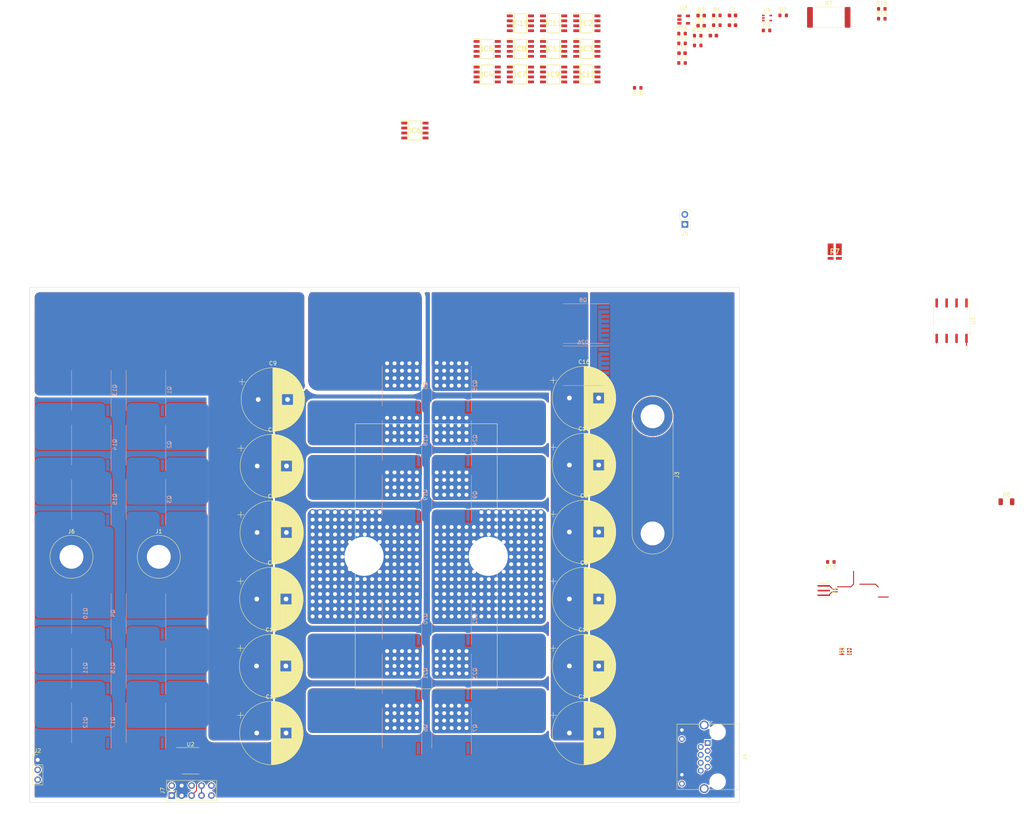
<source format=kicad_pcb>
(kicad_pcb (version 20211014) (generator pcbnew)
  (layers (0 "F.Cu" signal) (31 "B.Cu" signal) (34 "B.Paste" user) (35 "F.Paste" user) (36 "B.SilkS" user "B.Silkscreen") (37 "F.SilkS" user "F.Silkscreen") (38 "B.Mask" user) (39 "F.Mask" user) (44 "Edge.Cuts" user))
  (net 0 "")
  (net 1 "/V_{REG}")
  (net 2 "/V_{DC}")
  (net 3 "/CAN Transiever/RXD")
  (net 4 "/CAN Transiever/TXD")
  (net 5 "Net-(U2-Pad5)")
  (net 6 "Net-(U2-Pad6)")
  (net 7 "/ChargeController/V_{BATT}_Sense")
  (net 9 "/ChargeController/V_{in}_Sense")
  (net 12 "Net-(C11-Pad1)")
  (net 13 "/V_{BATT}")
  (net 14 "/L1")
  (net 15 "/N")
  (net 16 "Earth")
  (net 17 "/CP")
  (net 18 "/PP")
  (net 20 "+3V3")
  (net 21 "+12V")
  (net 24 "/DC-DC Converter/L+")
  (net 25 "/DC-DC Converter/L-")
  (net 26 "/DC-DC Converter/BUCK_SS2")
  (net 27 "/DC-DC Converter/BUCK_DG0")
  (net 28 "/DC-DC Converter/BUCK_DS1")
  (net 29 "/DC-DC Converter/BOOST_SG0")
  (net 30 "/DC-DC Converter/BOOST_SS1")
  (net 31 "/DC-DC Converter/BUCK_SS1")
  (net 32 "/DC-DC Converter/BUCK_DS2")
  (net 33 "/DC-DC Converter/BUCK_DG2")
  (net 34 "/DC-DC Converter/BUCK_DG1")
  (net 35 "/DC-DC Converter/BOOST_SS2")
  (net 36 "/DC-DC Converter/BOOST_SG2")
  (net 37 "/DC-DC Converter/BOOST_SG1")
  (net 38 "/DC-DC Converter/BUCK_SG2")
  (net 39 "/DC-DC Converter/BOOST_DG0")
  (net 40 "/DC-DC Converter/BOOST_DS1")
  (net 41 "/DC-DC Converter/BUCK_SG1")
  (net 42 "/DC-DC Converter/BUCK_SG0")
  (net 43 "/DC-DC Converter/BOOST_DG1")
  (net 44 "/DC-DC Converter/BOOST_DS2")
  (net 45 "/DC-DC Converter/BOOST_DG2")
  (net 46 "/FilteredRectifier/PHG2")
  (net 47 "/FilteredRectifier/PHG1")
  (net 48 "/FilteredRectifier/PHG0")
  (net 49 "Net-(C17-Pad1)")
  (net 50 "/ChargeController/SWITCH")
  (net 51 "/ChargeController/~{RST}")
  (net 52 "/ChargeController/I_MAX")
  (net 53 "/ChargeController/START{slash}~{STOP}")
  (net 54 "/ChargeController/BOOST{slash}~{BUCK}")
  (net 55 "/ChargeController/I_{BATT}_Sense")
  (net 56 "Net-(C11-Pad2)")
  (net 57 "/DC-DC Converter/DC-DC Converter Gate Driver/3V3")
  (net 66 "/DC-DC Converter/DC-DC Converter Gate Driver/BUCK_DIODE_EN")
  (net 67 "Net-(IC4-Pad6)")
  (net 68 "Net-(IC4-Pad7)")
  (net 107 "/CAN Transiever/CAN_VCC")
  (net 108 "/CAN Transiever/CAN_L")
  (net 111 "/CAN Transiever/CAN_H")
  (net 112 "/CAN Transiever/CAN_GND")
  (net 114 "Net-(J4-Pad10)")
  (net 115 "Net-(J4-Pad12)")
  (net 117 "/ChargeController/SWIM")
  (net 121 "Net-(Q26-Pad2)")
  (net 122 "/FilteredRectifier/NLG2")
  (net 123 "Net-(R3-Pad2)")
  (net 124 "/FilteredRectifier/FORWARD")
  (net 125 "/ChargeController/I_{in}Sense")
  (net 126 "/FilteredRectifier/PHS2")
  (net 127 "/FilteredRectifier/PHS1")
  (net 128 "/FilteredRectifier/PLG2")
  (net 129 "/FilteredRectifier/PLS2")
  (net 130 "/FilteredRectifier/PLG1")
  (net 131 "/FilteredRectifier/PLS1")
  (net 132 "/FilteredRectifier/PLG0")
  (net 133 "/FilteredRectifier/NHG2")
  (net 134 "/FilteredRectifier/NHS2")
  (net 135 "/FilteredRectifier/NHG1")
  (net 136 "/FilteredRectifier/NHS1")
  (net 137 "/FilteredRectifier/NHG0")
  (net 138 "/ChargeController/I_{Sense}+")
  (net 139 "/ChargeController/I_{Sense}-")
  (net 140 "/FilteredRectifier/NLS2")
  (net 141 "/FilteredRectifier/NLG1")
  (net 142 "/FilteredRectifier/NLS1")
  (net 143 "/FilteredRectifier/NLG0")
  (net 144 "Net-(R3-Pad1)")
  (footprint "Package_TO_SOT_SMD:SOT-23-5" (layer "F.Cu") (at 247.352 82.858)
    (fp_text reference "U3")
    (fp_text value "LMH6609MF")
  )
  (footprint "SamacSys_Parts:SOIC127P600X175-8N" (layer "F.Cu") (at 222.567 90.358)
    (fp_text reference "IC3")
    (fp_text value "1EDI60N12AFXUMA1" hide)
  )
  (footprint "SamacSys_Parts:SOIC127P600X175-8N" (layer "F.Cu") (at 214.067 96.908)
    (fp_text reference "IC9")
    (fp_text value "1EDI60N12AFXUMA1" hide)
  )
  (footprint "SamacSys_Parts:SOIC127P600X175-8N" (layer "F.Cu") (at 214.067 90.358)
    (fp_text reference "IC13")
    (fp_text value "1EDI60N12AFXUMA1" hide)
  )
  (footprint "Capacitor_THT:CP_Radial_D16.0mm_P7.50mm" (layer "F.Cu") (at 138.092246 265.43)
    (fp_text reference "C12")
    (fp_text value "100uF")
  )
  (footprint "Resistor_SMD:R_0603_1608Metric" (layer "F.Cu") (at 246.932 88.948)
    (fp_text reference "R15")
    (fp_text value "R_US")
  )
  (footprint "Package_TO_SOT_SMD:SOT-353_SC-70-5" (layer "F.Cu") (at 268.682 82.458)
    (fp_text reference "U4")
    (fp_text value "MCP6L01x-xLT")
  )
  (footprint "Capacitor_THT:CP_Radial_D16.0mm_P7.50mm" (layer "F.Cu") (at 218.102246 248.285)
    (fp_text reference "C15")
    (fp_text value "100uF")
  )
  (footprint "SamacSys_Parts:SOIC127P600X175-8N" (layer "F.Cu") (at 205.567 90.358)
    (fp_text reference "IC8")
    (fp_text value "1EDI60N12AFXUMA1" hide)
  )
  (footprint "Resistor_SMD:R_0603_1608Metric" (layer "F.Cu") (at 298.05 80.126)
    (fp_text reference "R15")
    (fp_text value "R_US")
  )
  (footprint "Capacitor_SMD:C_0603_1608Metric" (layer "F.Cu") (at 246.932 91.458)
    (fp_text reference "C11")
    (fp_text value "C_Small")
  )
  (footprint "Resistor_SMD:R_1206_3216Metric" (layer "F.Cu") (at 329.946 206.248)
    (fp_text reference "R8")
    (fp_text value "R_Small_US")
  )
  (footprint "Capacitor_THT:CP_Radial_D16.0mm_P7.50mm" (layer "F.Cu") (at 218.102246 196.85)
    (fp_text reference "C10")
    (fp_text value "100uF")
  )
  (footprint "Package_SO:TSSOP-20_4.4x6.5mm_P0.65mm" (layer "F.Cu") (at 121.158 272.542)
    (fp_text reference "U2")
    (fp_text value "STM8AF6223A")
  )
  (footprint "Crystal:Resonator_SMD_Murata_CSTxExxV-3Pin_3.0x1.1mm_HandSoldering" (layer "F.Cu") (at 283.21 228.981 -90)
    (fp_text reference "Y1")
    (fp_text value "Resonator_Small")
  )
  (footprint "Diode_SMD:D_0603_1608Metric" (layer "F.Cu") (at 251.822 84.418)
    (fp_text reference "D1")
    (fp_text value "5V")
  )
  (footprint "Connector_PinHeader_2.54mm:PinHeader_2x05_P2.54mm_Vertical" (layer "F.Cu") (at 116.337 281.437 90)
    (fp_text reference "J7")
    (fp_text value "Conn_02x05_Odd_Even")
  )
  (footprint "Connector:Banana_Jack_2Pin" (layer "F.Cu") (at 239.395 184.39 -90)
    (fp_text reference "J3")
    (fp_text value "Conn_01x02")
  )
  (footprint "Capacitor_THT:CP_Radial_D16.0mm_P7.50mm" (layer "F.Cu") (at 218.102246 231.14)
    (fp_text reference "C8")
    (fp_text value "100uF")
  )
  (footprint "Resistor_SMD:R_0603_1608Metric" (layer "F.Cu") (at 246.932 93.968)
    (fp_text reference "R11")
    (fp_text value "R_US")
  )
  (footprint "Resistor_SMD:R_0603_1608Metric" (layer "F.Cu") (at 285.007362 221.652512 180)
    (fp_text reference "R18")
    (fp_text value "99k")
  )
  (footprint "Connector:Banana_Jack_1Pin" (layer "F.Cu") (at 90.678 220.345)
    (fp_text reference "J6")
    (fp_text value "Conn_01x01_Female")
  )
  (footprint "Resistor_SMD:R_0603_1608Metric" (layer "F.Cu") (at 246.932 86.438)
    (fp_text reference "R14")
    (fp_text value "R_US")
  )
  (footprint "SamacSys_Parts:SOIC127P600X175-8N" (layer "F.Cu") (at 205.567 96.908)
    (fp_text reference "IC7")
    (fp_text value "1EDI60N12AFXUMA1" hide)
  )
  (footprint "Resistor_SMD:R_0603_1608Metric" (layer "F.Cu") (at 250.942 89.478)
    (fp_text reference "R17")
    (fp_text value "99k")
  )
  (footprint "Connector:Banana_Jack_1Pin" (layer "F.Cu") (at 113.03 220.345)
    (fp_text reference "J1")
    (fp_text value "Conn_01x01_Female")
  )
  (footprint "Capacitor_SMD:C_0603_1608Metric" (layer "F.Cu") (at 259.842 84.298)
    (fp_text reference "C2")
    (fp_text value "C")
  )
  (footprint "Inductor_THT:L_Toroid_Vertical_L67.6mm_W36.1mm_P31.80mm_Vishay_TJ9" (layer "F.Cu") (at 165.558 220.218 90)
    (fp_text reference "L1")
    (fp_text value "L")
  )
  (footprint "SamacSys_Parts:SOT65P210X110-6N" (layer "F.Cu") (at 288.798 244.602)
    (fp_text reference "IC1")
    (fp_text value "INA211CQDCKRQ1" hide)
  )
  (footprint "Resistor_SMD:R_0603_1608Metric" (layer "F.Cu") (at 298.05 82.636)
    (fp_text reference "R14")
    (fp_text value "R_US")
  )
  (footprint "SamacSys_Parts:SOIC127P600X175-8N" (layer "F.Cu") (at 222.567 83.808)
    (fp_text reference "IC2")
    (fp_text value "1EDI60N12AFXUMA1" hide)
  )
  (footprint "Resistor_SMD:R_0603_1608Metric" (layer "F.Cu") (at 235.585 100.33 180)
    (fp_text reference "R16")
    (fp_text value "R_US")
  )
  (footprint "Capacitor_THT:CP_Radial_D16.0mm_P7.50mm" (layer "F.Cu") (at 138.092247 231.14)
    (fp_text reference "C4")
    (fp_text value "100uF")
  )
  (footprint "Resistor_SMD:R_4020_10251Metric" (layer "F.Cu") (at 284.48 82.296)
    (fp_text reference "R7")
    (fp_text value ".1m")
  )
  (footprint "Capacitor_THT:CP_Radial_D16.0mm_P7.50mm" (layer "F.Cu") (at 218.102245 265.43)
    (fp_text reference "C14")
    (fp_text value "100uF")
  )
  (footprint "SamacSys_Parts:SOIC127P600X175-8N" (layer "F.Cu") (at 222.567 96.908)
    (fp_text reference "IC12")
    (fp_text value "1EDI60N12AFXUMA1" hide)
  )
  (footprint "SamacSys_Parts:SOIC127P600X175-8N" (layer "F.Cu") (at 178.562 111.252)
    (fp_text reference "IC6")
    (fp_text value "1EDI60N12AFXUMA1" hide)
  )
  (footprint "Connector_PinHeader_2.54mm:PinHeader_1x03_P2.54mm_Vertical" (layer "F.Cu") (at 82.042 272.303)
    (fp_text reference "J2")
    (fp_text value "Conn_01x03")
  )
  (footprint "Resistor_SMD:R_0603_1608Metric" (layer "F.Cu") (at 255.832 84.298)
    (fp_text reference "R10")
    (fp_text value "10k")
  )
  (footprint "Capacitor_THT:CP_Radial_D16.0mm_P7.50mm" (layer "F.Cu") (at 138.035001 248.285)
    (fp_text reference "C13")
    (fp_text value "100uF")
  )
  (footprint "Resistor_SMD:R_0603_1608Metric" (layer "F.Cu") (at 255.832 81.788)
    (fp_text reference "R1")
    (fp_text value "1k")
  )
  (footprint "Package_SO:SOP-8_6.62x9.15mm_P2.54mm" (layer "F.Cu") (at 315.910847 159.910251 -90)
    (fp_text reference "U1")
    (fp_text value "ISO1050DUB")
  )
  (footprint "SamacSys_Parts:WSK1216L2000FEA" (layer "F.Cu") (at 286.004 142.24)
    (fp_text reference "R7")
    (fp_text value "R_Shunt_US" hide)
  )
  (footprint "Resistor_SMD:R_0603_1608Metric" (layer "F.Cu") (at 250.942 86.968)
    (fp_text reference "R12")
    (fp_text value "R_US")
  )
  (footprint "Capacitor_SMD:C_0603_1608Metric" (layer "F.Cu") (at 259.842 81.788)
    (fp_text reference "C1")
    (fp_text value "C")
  )
  (footprint "SamacSys_Parts:SOIC127P600X175-8N" (layer "F.Cu") (at 197.067 90.358)
    (fp_text reference "IC5")
    (fp_text value "1EDI60N12AFXUMA1" hide)
  )
  (footprint "Resistor_SMD:R_0603_1608Metric" (layer "F.Cu") (at 268.562 85.638)
    (fp_text reference "R4")
    (fp_text value "R_US")
  )
  (footprint "Capacitor_THT:CP_Radial_D16.0mm_P7.50mm" (layer "F.Cu") (at 218.102246 179.705)
    (fp_text reference "C16")
    (fp_text value "100uF")
  )
  (footprint "Connector_RJ:RJ45_Amphenol_RJHSE538X" (layer "F.Cu") (at 253.492 267.97 -90)
    (fp_text reference "J4")
    (fp_text value "RJ45_LED")
  )
  (footprint "Resistor_SMD:R_0603_1608Metric" (layer "F.Cu") (at 272.812 81.788)
    (fp_text reference "R2")
    (fp_text value "R_US")
  )
  (footprint "Capacitor_THT:CP_Radial_D16.0mm_P7.50mm" (layer "F.Cu") (at 218.102246 213.995)
    (fp_text reference "C6")
    (fp_text value "100uF")
  )
  (footprint "Capacitor_THT:CP_Radial_D16.0mm_P7.50mm" (layer "F.Cu") (at 138.176 214.122)
    (fp_text reference "C3")
    (fp_text value "100uF")
  )
  (footprint "Diode_SMD:D_0603_1608Metric" (layer "F.Cu") (at 251.822 81.828)
    (fp_text reference "D7")
    (fp_text value "5V")
  )
  (footprint "SamacSys_Parts:SOIC127P600X175-8N" (layer "F.Cu") (at 214.067 83.808)
    (fp_text reference "IC11")
    (fp_text value "1EDI60N12AFXUMA1" hide)
  )
  (footprint "SamacSys_Parts:SOIC127P600X175-8N" (layer "F.Cu") (at 197.067 96.908)
    (fp_text reference "IC4")
    (fp_text value "1EDI60N12AFXUMA1" hide)
  )
  (footprint "SamacSys_Parts:SOIC127P600X175-8N" (layer "F.Cu") (at 205.567 83.808)
    (fp_text reference "IC10")
    (fp_text value "1EDI60N12AFXUMA1" hide)
  )
  (footprint "Capacitor_THT:CP_Radial_D16.0mm_P7.50mm" (layer "F.Cu") (at 138.219246 197.104)
    (fp_text reference "C5")
    (fp_text value "100uF")
  )
  (footprint "Capacitor_SMD:C_0603_1608Metric" (layer "F.Cu") (at 254.952 86.968)
    (fp_text reference "C17")
    (fp_text value "C")
  )
  (footprint "Capacitor_THT:CP_Radial_D16.0mm_P7.50mm" (layer "F.Cu") (at 138.473246 180.086)
    (fp_text reference "C9")
    (fp_text value "100uF")
  )
  (footprint "Connector_PinHeader_2.54mm:PinHeader_1x02_P2.54mm_Vertical" (layer "F.Cu") (at 247.65 135.26 180)
    (fp_text reference "J5")
    (fp_text value "Conn_01x02")
  )
  (footprint "Package_TO_SOT_SMD:Infineon_PG-HSOF-8-1" (layer "B.Cu") (at 109.728 177.673 90)
    (fp_text reference "Q1")
    (fp_text value "IPT015N10N5")
  )
  (footprint "Package_TO_SOT_SMD:Infineon_PG-HSOF-8-1" (layer "B.Cu") (at 221.615 160.655 180)
    (fp_text reference "Q8")
    (fp_text value "IPT015N10N5")
  )
  (footprint "Package_TO_SOT_SMD:Infineon_PG-HSOF-8-1" (layer "B.Cu") (at 95.758 177.673 90)
    (fp_text reference "Q13")
    (fp_text value "IPT015N10N5")
  )
  (footprint "Package_TO_SOT_SMD:Infineon_PG-HSOF-8-1" (layer "B.Cu") (at 187.96 264.16 90)
    (fp_text reference "Q7")
    (fp_text value "IPT015N10N5")
  )
  (footprint "Package_TO_SOT_SMD:Infineon_PG-HSOF-8-1" (layer "B.Cu") (at 187.96 236.22 90)
    (fp_text reference "Q22")
    (fp_text value "IPT015N10N5")
  )
  (footprint "Package_TO_SOT_SMD:Infineon_PG-HSOF-8-1" (layer "B.Cu") (at 175.26 250.18 90)
    (fp_text reference "Q21")
    (fp_text value "IPT015N10N5")
  )
  (footprint "Package_TO_SOT_SMD:Infineon_PG-HSOF-8-1" (layer "B.Cu") (at 95.758 205.613 90)
    (fp_text reference "Q15")
    (fp_text value "IPT015N10N5")
  )
  (footprint "Package_TO_SOT_SMD:Infineon_PG-HSOF-8-1" (layer "B.Cu") (at 187.96 204.47 90)
    (fp_text reference "Q9")
    (fp_text value "IPT015N10N5")
  )
  (footprint "Package_TO_SOT_SMD:Infineon_PG-HSOF-8-1" (layer "B.Cu") (at 187.96 176.53 90)
    (fp_text reference "Q25")
    (fp_text value "IPT015N10N5")
  )
  (footprint "Package_TO_SOT_SMD:Infineon_PG-HSOF-8-1" (layer "B.Cu") (at 175.26 264.15 90)
    (fp_text reference "Q6")
    (fp_text value "IPT015N10N5")
  )
  (footprint "Package_TO_SOT_SMD:Infineon_PG-HSOF-8-1" (layer "B.Cu") (at 109.728 248.793 90)
    (fp_text reference "Q11")
    (fp_text value "IPT015N10N5")
  )
  (footprint "Package_TO_SOT_SMD:Infineon_PG-HSOF-8-1" (layer "B.Cu") (at 175.26 176.53 90)
    (fp_text reference "Q5")
    (fp_text value "IPT015N10N5")
  )
  (footprint "Package_TO_SOT_SMD:Infineon_PG-HSOF-8-1" (layer "B.Cu") (at 95.758 191.643 90)
    (fp_text reference "Q14")
    (fp_text value "IPT015N10N5")
  )
  (footprint "Package_TO_SOT_SMD:Infineon_PG-HSOF-8-1" (layer "B.Cu") (at 95.758 234.823 90)
    (fp_text reference "Q4")
    (fp_text value "IPT015N10N5")
  )
  (footprint "Package_TO_SOT_SMD:Infineon_PG-HSOF-8-1" (layer "B.Cu") (at 175.26 236.21 90)
    (fp_text reference "Q20")
    (fp_text value "IPT015N10N5")
  )
  (footprint "Package_TO_SOT_SMD:Infineon_PG-HSOF-8-1" (layer "B.Cu") (at 95.758 262.763 90)
    (fp_text reference "Q17")
    (fp_text value "IPT015N10N5")
  )
  (footprint "Package_TO_SOT_SMD:Infineon_PG-HSOF-8-1" (layer "B.Cu") (at 175.26 204.47 90)
    (fp_text reference "Q19")
    (fp_text value "IPT015N10N5")
  )
  (footprint "Package_TO_SOT_SMD:Infineon_PG-HSOF-8-1" (layer "B.Cu") (at 109.728 191.643 90)
    (fp_text reference "Q2")
    (fp_text value "IPT015N10N5")
  )
  (footprint "Package_TO_SOT_SMD:Infineon_PG-HSOF-8-1" (layer "B.Cu") (at 187.96 250.19 90)
    (fp_text reference "Q23")
    (fp_text value "IPT015N10N5")
  )
  (footprint "Package_TO_SOT_SMD:Infineon_PG-HSOF-8-1" (layer "B.Cu") (at 109.728 234.823 90)
    (fp_text reference "Q10")
    (fp_text value "IPT015N10N5")
  )
  (footprint "Package_TO_SOT_SMD:Infineon_PG-HSOF-8-1" (layer "B.Cu") (at 175.26 190.5 90)
    (fp_text reference "Q18")
    (fp_text value "IPT015N10N5")
  )
  (footprint "Package_TO_SOT_SMD:Infineon_PG-HSOF-8-1" (layer "B.Cu") (at 95.758 248.793 90)
    (fp_text reference "Q16")
    (fp_text value "IPT015N10N5")
  )
  (footprint "Package_TO_SOT_SMD:Infineon_PG-HSOF-8-1" (layer "B.Cu") (at 109.728 262.763 90)
    (fp_text reference "Q12")
    (fp_text value "IPT015N10N5")
  )
  (footprint "Package_TO_SOT_SMD:Infineon_PG-HSOF-8-1" (layer "B.Cu") (at 187.96 190.5 90)
    (fp_text reference "Q24")
    (fp_text value "IPT015N10N5")
  )
  (footprint "Package_TO_SOT_SMD:Infineon_PG-HSOF-8-1" (layer "B.Cu") (at 221.615 171.45 180)
    (fp_text reference "Q26")
    (fp_text value "IPT015N10N5")
  )
  (footprint "Package_TO_SOT_SMD:Infineon_PG-HSOF-8-1" (layer "B.Cu") (at 109.728 205.613 90)
    (fp_text reference "Q3")
    (fp_text value "IPT015N10N5")
  )
  (gr_line (start 80.01 283.21) (end 261.62 283.21) (layer "Edge.Cuts") (width 0.1))
  (gr_line (start 80.01 167.64) (end 80.01 266.7) (layer "Edge.Cuts") (width 0.1))
  (gr_line (start 261.62 151.384) (end 80.01 151.384) (layer "Edge.Cuts") (width 0.1))
  (gr_line (start 80.01 266.7) (end 80.01 283.21) (layer "Edge.Cuts") (width 0.1))
  (gr_line (start 261.62 266.7) (end 261.62 167.64) (layer "Edge.Cuts") (width 0.1))
  (gr_line (start 261.62 283.21) (end 261.62 266.7) (layer "Edge.Cuts") (width 0.1))
  (gr_line (start 80.01 151.384) (end 80.01 167.64) (layer "Edge.Cuts") (width 0.1))
  (gr_line (start 261.62 167.64) (end 261.62 151.384) (layer "Edge.Cuts") (width 0.1))
  (via (at 184.15 170.688) (size 1.524) (drill 1.016) (layers "F.Cu" "B.Cu") (net 1))
  (via (at 187.96 176.53) (size 1.524) (drill 1.016) (layers "F.Cu" "B.Cu") (net 1))
  (via (at 189.865 172.72) (size 1.524) (drill 1.016) (layers "F.Cu" "B.Cu") (net 1))
  (via (at 191.77 176.53) (size 1.524) (drill 1.016) (layers "F.Cu" "B.Cu") (net 1))
  (via (at 184.15 176.53) (size 1.524) (drill 1.016) (layers "F.Cu" "B.Cu") (net 1))
  (via (at 187.96 170.815) (size 1.524) (drill 1.016) (layers "F.Cu" "B.Cu") (net 1))
  (via (at 184.15 174.625) (size 1.524) (drill 1.016) (layers "F.Cu" "B.Cu") (net 1))
  (via (at 189.865 170.815) (size 1.524) (drill 1.016) (layers "F.Cu" "B.Cu") (net 1))
  (via (at 186.055 170.815) (size 1.524) (drill 1.016) (layers "F.Cu" "B.Cu") (net 1))
  (via (at 186.055 176.53) (size 1.524) (drill 1.016) (layers "F.Cu" "B.Cu") (net 1))
  (via (at 191.77 174.625) (size 1.524) (drill 1.016) (layers "F.Cu" "B.Cu") (net 1))
  (via (at 186.055 172.72) (size 1.524) (drill 1.016) (layers "F.Cu" "B.Cu") (net 1))
  (via (at 189.865 176.53) (size 1.524) (drill 1.016) (layers "F.Cu" "B.Cu") (net 1))
  (via (at 187.96 172.72) (size 1.524) (drill 1.016) (layers "F.Cu" "B.Cu") (net 1))
  (via (at 186.055 174.625) (size 1.524) (drill 1.016) (layers "F.Cu" "B.Cu") (net 1))
  (via (at 189.865 174.625) (size 1.524) (drill 1.016) (layers "F.Cu" "B.Cu") (net 1))
  (via (at 191.77 172.72) (size 1.524) (drill 1.016) (layers "F.Cu" "B.Cu") (net 1))
  (via (at 191.77 170.815) (size 1.524) (drill 1.016) (layers "F.Cu" "B.Cu") (net 1))
  (via (at 184.15 172.72) (size 1.524) (drill 1.016) (layers "F.Cu" "B.Cu") (net 1))
  (via (at 187.96 174.625) (size 1.524) (drill 1.016) (layers "F.Cu" "B.Cu") (net 1))
  (via (at 175.26 176.53) (size 1.524) (drill 1.016) (layers "F.Cu" "B.Cu") (net 2))
  (via (at 179.07 170.815) (size 1.524) (drill 1.016) (layers "F.Cu" "B.Cu") (net 2))
  (via (at 173.355 172.72) (size 1.524) (drill 1.016) (layers "F.Cu" "B.Cu") (net 2))
  (via (at 179.07 174.625) (size 1.524) (drill 1.016) (layers "F.Cu" "B.Cu") (net 2))
  (via (at 173.355 174.625) (size 1.524) (drill 1.016) (layers "F.Cu" "B.Cu") (net 2))
  (via (at 175.26 170.815) (size 1.524) (drill 1.016) (layers "F.Cu" "B.Cu") (net 2))
  (via (at 179.07 176.53) (size 1.524) (drill 1.016) (layers "F.Cu" "B.Cu") (net 2))
  (via (at 173.355 176.53) (size 1.524) (drill 1.016) (layers "F.Cu" "B.Cu") (net 2))
  (via (at 177.165 176.53) (size 1.524) (drill 1.016) (layers "F.Cu" "B.Cu") (net 2))
  (via (at 173.355 170.815) (size 1.524) (drill 1.016) (layers "F.Cu" "B.Cu") (net 2))
  (via (at 175.26 172.72) (size 1.524) (drill 1.016) (layers "F.Cu" "B.Cu") (net 2))
  (via (at 171.45 172.72) (size 1.524) (drill 1.016) (layers "F.Cu" "B.Cu") (net 2))
  (via (at 171.45 174.625) (size 1.524) (drill 1.016) (layers "F.Cu" "B.Cu") (net 2))
  (via (at 177.165 172.72) (size 1.524) (drill 1.016) (layers "F.Cu" "B.Cu") (net 2))
  (via (at 171.45 176.53) (size 1.524) (drill 1.016) (layers "F.Cu" "B.Cu") (net 2))
  (via (at 177.165 170.815) (size 1.524) (drill 1.016) (layers "F.Cu" "B.Cu") (net 2))
  (via (at 177.165 174.625) (size 1.524) (drill 1.016) (layers "F.Cu" "B.Cu") (net 2))
  (via (at 179.07 172.72) (size 1.524) (drill 1.016) (layers "F.Cu" "B.Cu") (net 2))
  (via (at 175.26 174.625) (size 1.524) (drill 1.016) (layers "F.Cu" "B.Cu") (net 2))
  (via (at 171.45 170.815) (size 1.524) (drill 1.016) (layers "F.Cu" "B.Cu") (net 2))
  (segment (start 285.552 228.656) (end 284.677 227.781) (width 0.254) (layer "F.Cu") (net 5))
  (segment (start 286.6975 228.656) (end 285.552 228.656) (width 0.254) (layer "F.Cu") (net 5))
  (segment (start 284.677 227.781) (end 283.21 227.781) (width 0.254) (layer "F.Cu") (net 5))
  (segment (start 284.463022 230.181) (end 283.21 230.181) (width 0.254) (layer "F.Cu") (net 6))
  (segment (start 285.338022 229.306) (end 284.463022 230.181) (width 0.254) (layer "F.Cu") (net 6))
  (segment (start 286.6975 229.306) (end 285.338022 229.306) (width 0.254) (layer "F.Cu") (net 6))
  (segment (start 297.175 230.637) (end 299.715 230.637) (width 0.254) (layer "F.Cu") (net 20))
  (segment (start 123.957 281.437) (end 123.957 278.897) (width 0.25) (layer "F.Cu") (net 20))
  (via (at 160.02 235.585) (size 1.524) (drill 1.016) (layers "F.Cu" "B.Cu") (net 24))
  (via (at 165.735 214.63) (size 1.524) (drill 1.016) (layers "F.Cu" "B.Cu") (net 24))
  (via (at 163.83 229.87) (size 1.524) (drill 1.016) (layers "F.Cu" "B.Cu") (net 24))
  (via (at 158.115 208.915) (size 1.524) (drill 1.016) (layers "F.Cu" "B.Cu") (net 24))
  (via (at 167.64 210.82) (size 1.524) (drill 1.016) (layers "F.Cu" "B.Cu") (net 24))
  (via (at 175.26 218.44) (size 1.524) (drill 1.016) (layers "F.Cu" "B.Cu") (net 24))
  (via (at 152.4 226.06) (size 1.524) (drill 1.016) (layers "F.Cu" "B.Cu") (net 24))
  (via (at 161.925 235.585) (size 1.524) (drill 1.016) (layers "F.Cu" "B.Cu") (net 24))
  (via (at 152.4 229.87) (size 1.524) (drill 1.016) (layers "F.Cu" "B.Cu") (net 24))
  (via (at 163.83 233.68) (size 1.524) (drill 1.016) (layers "F.Cu" "B.Cu") (net 24))
  (via (at 156.21 231.775) (size 1.524) (drill 1.016) (layers "F.Cu" "B.Cu") (net 24))
  (via (at 161.925 231.775) (size 1.524) (drill 1.016) (layers "F.Cu" "B.Cu") (net 24))
  (via (at 160.02 208.915) (size 1.524) (drill 1.016) (layers "F.Cu" "B.Cu") (net 24))
  (via (at 158.115 229.87) (size 1.524) (drill 1.016) (layers "F.Cu" "B.Cu") (net 24))
  (via (at 158.115 233.68) (size 1.524) (drill 1.016) (layers "F.Cu" "B.Cu") (net 24))
  (via (at 179.07 220.345) (size 1.524) (drill 1.016) (layers "F.Cu" "B.Cu") (net 24))
  (via (at 154.305 224.155) (size 1.524) (drill 1.016) (layers "F.Cu" "B.Cu") (net 24))
  (via (at 161.925 212.725) (size 1.524) (drill 1.016) (layers "F.Cu" "B.Cu") (net 24))
  (via (at 167.64 227.965) (size 1.524) (drill 1.016) (layers "F.Cu" "B.Cu") (net 24))
  (via (at 154.305 233.68) (size 1.524) (drill 1.016) (layers "F.Cu" "B.Cu") (net 24))
  (via (at 175.26 231.775) (size 1.524) (drill 1.016) (layers "F.Cu" "B.Cu") (net 24))
  (via (at 160.02 212.725) (size 1.524) (drill 1.016) (layers "F.Cu" "B.Cu") (net 24))
  (via (at 173.355 226.06) (size 1.524) (drill 1.016) (layers "F.Cu" "B.Cu") (net 24))
  (via (at 161.925 223.52) (size 1.524) (drill 1.016) (layers "F.Cu" "B.Cu") (net 24))
  (via (at 156.21 208.915) (size 1.524) (drill 1.016) (layers "F.Cu" "B.Cu") (net 24))
  (via (at 160.02 227.965) (size 1.524) (drill 1.016) (layers "F.Cu" "B.Cu") (net 24))
  (via (at 177.165 229.87) (size 1.524) (drill 1.016) (layers "F.Cu" "B.Cu") (net 24))
  (via (at 158.115 220.345) (size 1.524) (drill 1.016) (layers "F.Cu" "B.Cu") (net 24))
  (via (at 163.83 208.915) (size 1.524) (drill 1.016) (layers "F.Cu" "B.Cu") (net 24))
  (via (at 154.305 227.965) (size 1.524) (drill 1.016) (layers "F.Cu" "B.Cu") (net 24))
  (via (at 171.45 226.06) (size 1.524) (drill 1.016) (layers "F.Cu" "B.Cu") (net 24))
  (via (at 165.735 227.965) (size 1.524) (drill 1.016) (layers "F.Cu" "B.Cu") (net 24))
  (via (at 173.355 229.87) (size 1.524) (drill 1.016) (layers "F.Cu" "B.Cu") (net 24))
  (via (at 175.26 229.87) (size 1.524) (drill 1.016) (layers "F.Cu" "B.Cu") (net 24))
  (via (at 177.165 220.345) (size 1.524) (drill 1.016) (layers "F.Cu" "B.Cu") (net 24))
  (via (at 175.26 224.155) (size 1.524) (drill 1.016) (layers "F.Cu" "B.Cu") (net 24))
  (via (at 167.64 231.775) (size 1.524) (drill 1.016) (layers "F.Cu" "B.Cu") (net 24))
  (via (at 156.21 235.585) (size 1.524) (drill 1.016) (layers "F.Cu" "B.Cu") (net 24))
  (via (at 175.26 235.585) (size 1.524) (drill 1.016) (layers "F.Cu" "B.Cu") (net 24))
  (via (at 152.4 214.63) (size 1.524) (drill 1.016) (layers "F.Cu" "B.Cu") (net 24))
  (via (at 173.355 220.345) (size 1.524) (drill 1.016) (layers "F.Cu" "B.Cu") (net 24))
  (via (at 152.4 233.68) (size 1.524) (drill 1.016) (layers "F.Cu" "B.Cu") (net 24))
  (via (at 171.45 224.155) (size 1.524) (drill 1.016) (layers "F.Cu" "B.Cu") (net 24))
  (via (at 169.545 212.725) (size 1.524) (drill 1.016) (layers "F.Cu" "B.Cu") (net 24))
  (via (at 160.02 231.775) (size 1.524) (drill 1.016) (layers "F.Cu" "B.Cu") (net 24))
  (via (at 154.305 229.87) (size 1.524) (drill 1.016) (layers "F.Cu" "B.Cu") (net 24))
  (via (at 154.305 220.345) (size 1.524) (drill 1.016) (layers "F.Cu" "B.Cu") (net 24))
  (via (at 171.45 235.585) (size 1.524) (drill 1.016) (layers "F.Cu" "B.Cu") (net 24))
  (via (at 179.07 231.775) (size 1.524) (drill 1.016) (layers "F.Cu" "B.Cu") (net 24))
  (via (at 161.925 214.63) (size 1.524) (drill 1.016) (layers "F.Cu" "B.Cu") (net 24))
  (via (at 177.165 233.68) (size 1.524) (drill 1.016) (layers "F.Cu" "B.Cu") (net 24))
  (via (at 173.355 214.63) (size 1.524) (drill 1.016) (layers "F.Cu" "B.Cu") (net 24))
  (via (at 152.4 235.585) (size 1.524) (drill 1.016) (layers "F.Cu" "B.Cu") (net 24))
  (via (at 175.26 222.25) (size 1.524) (drill 1.016) (layers "F.Cu" "B.Cu") (net 24))
  (via (at 177.165 231.775) (size 1.524) (drill 1.016) (layers "F.Cu" "B.Cu") (net 24))
  (via (at 179.07 216.535) (size 1.524) (drill 1.016) (layers "F.Cu" "B.Cu") (net 24))
  (via (at 165.735 208.915) (size 1.524) (drill 1.016) (layers "F.Cu" "B.Cu") (net 24))
  (via (at 160.02 218.44) (size 1.524) (drill 1.016) (layers "F.Cu" "B.Cu") (net 24))
  (via (at 160.02 214.63) (size 1.524) (drill 1.016) (layers "F.Cu" "B.Cu") (net 24))
  (via (at 154.305 222.25) (size 1.524) (drill 1.016) (layers "F.Cu" "B.Cu") (net 24))
  (via (at 161.925 210.82) (size 1.524) (drill 1.016) (layers "F.Cu" "B.Cu") (net 24))
  (via (at 171.45 231.775) (size 1.524) (drill 1.016) (layers "F.Cu" "B.Cu") (net 24))
  (via (at 158.115 226.06) (size 1.524) (drill 1.016) (layers "F.Cu" "B.Cu") (net 24))
  (via (at 154.305 216.535) (size 1.524) (drill 1.016) (layers "F.Cu" "B.Cu") (net 24))
  (via (at 163.83 226.06) (size 1.524) (drill 1.016) (layers "F.Cu" "B.Cu") (net 24))
  (via (at 169.545 227.965) (size 1.524) (drill 1.016) (layers "F.Cu" "B.Cu") (net 24))
  (via (at 171.45 212.725) (size 1.524) (drill 1.016) (layers "F.Cu" "B.Cu") (net 24))
  (via (at 171.45 222.25) (size 1.524) (drill 1.016) (layers "F.Cu" "B.Cu") (net 24))
  (via (at 167.64 226.06) (size 1.524) (drill 1.016) (layers "F.Cu" "B.Cu") (net 24))
  (via (at 171.45 214.63) (size 1.524) (drill 1.016) (layers "F.Cu" "B.Cu") (net 24))
  (via (at 175.26 226.06) (size 1.524) (drill 1.016) (layers "F.Cu" "B.Cu") (net 24))
  (via (at 156.21 229.87) (size 1.524) (drill 1.016) (layers "F.Cu" "B.Cu") (net 24))
  (via (at 163.83 227.965) (size 1.524) (drill 1.016) (layers "F.Cu" "B.Cu") (net 24))
  (via (at 175.26 216.535) (size 1.524) (drill 1.016) (layers "F.Cu" "B.Cu") (net 24))
  (via (at 152.4 224.155) (size 1.524) (drill 1.016) (layers "F.Cu" "B.Cu") (net 24))
  (via (at 173.355 216.535) (size 1.524) (drill 1.016) (layers "F.Cu" "B.Cu") (net 24))
  (via (at 179.07 212.725) (size 1.524) (drill 1.016) (layers "F.Cu" "B.Cu") (net 24))
  (via (at 169.545 226.06) (size 1.524) (drill 1.016) (layers "F.Cu" "B.Cu") (net 24))
  (via (at 165.735 210.82) (size 1.524) (drill 1.016) (layers "F.Cu" "B.Cu") (net 24))
  (via (at 158.115 218.44) (size 1.524) (drill 1.016) (layers "F.Cu" "B.Cu") (net 24))
  (via (at 177.165 212.725) (size 1.524) (drill 1.016) (layers "F.Cu" "B.Cu") (net 24))
  (via (at 173.355 224.155) (size 1.524) (drill 1.016) (layers "F.Cu" "B.Cu") (net 24))
  (via (at 167.64 233.68) (size 1.524) (drill 1.016) (layers "F.Cu" "B.Cu") (net 24))
  (via (at 173.355 233.68) (size 1.524) (drill 1.016) (layers "F.Cu" "B.Cu") (net 24))
  (via (at 161.925 227.965) (size 1.524) (drill 1.016) (layers "F.Cu" "B.Cu") (net 24))
  (via (at 158.115 227.965) (size 1.524) (drill 1.016) (layers "F.Cu" "B.Cu") (net 24))
  (via (at 173.355 231.775) (size 1.524) (drill 1.016) (layers "F.Cu" "B.Cu") (net 24))
  (via (at 152.4 210.82) (size 1.524) (drill 1.016) (layers "F.Cu" "B.Cu") (net 24))
  (via (at 179.07 218.44) (size 1.524) (drill 1.016) (layers "F.Cu" "B.Cu") (net 24))
  (via (at 171.45 216.535) (size 1.524) (drill 1.016) (layers "F.Cu" "B.Cu") (net 24))
  (via (at 179.07 224.155) (size 1.524) (drill 1.016) (layers "F.Cu" "B.Cu") (net 24))
  (via (at 163.83 231.775) (size 1.524) (drill 1.016) (layers "F.Cu" "B.Cu") (net 24))
  (via (at 177.165 235.585) (size 1.524) (drill 1.016) (layers "F.Cu" "B.Cu") (net 24))
  (via (at 167.64 208.915) (size 1.524) (drill 1.016) (layers "F.Cu" "B.Cu") (net 24))
  (via (at 179.07 226.06) (size 1.524) (drill 1.016) (layers "F.Cu" "B.Cu") (net 24))
  (via (at 156.21 224.155) (size 1.524) (drill 1.016) (layers "F.Cu" "B.Cu") (net 24))
  (via (at 165.735 231.775) (size 1.524) (drill 1.016) (layers "F.Cu" "B.Cu") (net 24))
  (via (at 154.305 227.965) (size 1.524) (drill 1.016) (layers "F.Cu" "B.Cu") (net 24))
  (via (at 154.305 208.915) (size 1.524) (drill 1.016) (layers "F.Cu" "B.Cu") (net 24))
  (via (at 158.115 214.63) (size 1.524) (drill 1.016) (layers "F.Cu" "B.Cu") (net 24))
  (via (at 158.115 231.775) (size 1.524) (drill 1.016) (layers "F.Cu" "B.Cu") (net 24))
  (via (at 165.735 212.725) (size 1.524) (drill 1.016) (layers "F.Cu" "B.Cu") (net 24))
  (via (at 177.165 227.965) (size 1.524) (drill 1.016) (layers "F.Cu" "B.Cu") (net 24))
  (via (at 160.02 233.68) (size 1.524) (drill 1.016) (layers "F.Cu" "B.Cu") (net 24))
  (via (at 156.21 227.965) (size 1.524) (drill 1.016) (layers "F.Cu" "B.Cu") (net 24))
  (via (at 152.4 222.25) (size 1.524) (drill 1.016) (layers "F.Cu" "B.Cu") (net 24))
  (via (at 175.26 214.63) (size 1.524) (drill 1.016) (layers "F.Cu" "B.Cu") (net 24))
  (via (at 156.21 216.535) (size 1.524) (drill 1.016) (layers "F.Cu" "B.Cu") (net 24))
  (via (at 165.735 229.87) (size 1.524) (drill 1.016) (layers "F.Cu" "B.Cu") (net 24))
  (via (at 156.21 212.725) (size 1.524) (drill 1.016) (layers "F.Cu" "B.Cu") (net 24))
  (via (at 175.26 212.725) (size 1.524) (drill 1.016) (layers "F.Cu" "B.Cu") (net 24))
  (via (at 154.305 235.585) (size 1.524) (drill 1.016) (layers "F.Cu" "B.Cu") (net 24))
  (via (at 171.45 233.68) (size 1.524) (drill 1.016) (layers "F.Cu" "B.Cu") (net 24))
  (via (at 167.64 235.585) (size 1.524) (drill 1.016) (layers "F.Cu" "B.Cu") (net 24))
  (via (at 169.545 229.87) (size 1.524) (drill 1.016) (layers "F.Cu" "B.Cu") (net 24))
  (via (at 171.45 227.965) (size 1.524) (drill 1.016) (layers "F.Cu" "B.Cu") (net 24))
  (via (at 158.115 224.155) (size 1.524) (drill 1.016) (layers "F.Cu" "B.Cu") (net 24))
  (via (at 177.165 222.25) (size 1.524) (drill 1.016) (layers "F.Cu" "B.Cu") (net 24))
  (via (at 169.545 208.915) (size 1.524) (drill 1.016) (layers "F.Cu" "B.Cu") (net 24))
  (via (at 156.21 210.82) (size 1.524) (drill 1.016) (layers "F.Cu" "B.Cu") (net 24))
  (via (at 160.02 222.25) (size 1.524) (drill 1.016) (layers "F.Cu" "B.Cu") (net 24))
  (via (at 177.165 224.155) (size 1.524) (drill 1.016) (layers "F.Cu" "B.Cu") (net 24))
  (via (at 156.21 233.68) (size 1.524) (drill 1.016) (layers "F.Cu" "B.Cu") (net 24))
  (via (at 169.545 214.63) (size 1.524) (drill 1.016) (layers "F.Cu" "B.Cu") (net 24))
  (via (at 152.4 231.775) (size 1.524) (drill 1.016) (layers "F.Cu" "B.Cu") (net 24))
  (via (at 173.355 222.25) (size 1.524) (drill 1.016) (layers "F.Cu" "B.Cu") (net 24))
  (via (at 160.02 210.82) (size 1.524) (drill 1.016) (layers "F.Cu" "B.Cu") (net 24))
  (via (at 169.545 216.535) (size 1.524) (drill 1.016) (layers "F.Cu" "B.Cu") (net 24))
  (via (at 173.355 235.585) (size 1.524) (drill 1.016) (layers "F.Cu" "B.Cu") (net 24))
  (via (at 152.4 208.915) (size 1.524) (drill 1.016) (layers "F.Cu" "B.Cu") (net 24))
  (via (at 158.115 212.725) (size 1.524) (drill 1.016) (layers "F.Cu" "B.Cu") (net 24))
  (via (at 158.115 210.82) (size 1.524) (drill 1.016) (layers "F.Cu" "B.Cu") (net 24))
  (via (at 161.925 233.68) (size 1.524) (drill 1.016) (layers "F.Cu" "B.Cu") (net 24))
  (via (at 177.165 218.44) (size 1.524) (drill 1.016) (layers "F.Cu" "B.Cu") (net 24))
  (via (at 152.4 218.44) (size 1.524) (drill 1.016) (layers "F.Cu" "B.Cu") (net 24))
  (via (at 177.165 226.06) (size 1.524) (drill 1.016) (layers "F.Cu" "B.Cu") (net 24))
  (via (at 158.115 235.585) (size 1.524) (drill 1.016) (layers "F.Cu" "B.Cu") (net 24))
  (via (at 179.07 235.585) (size 1.524) (drill 1.016) (layers "F.Cu" "B.Cu") (net 24))
  (via (at 154.305 214.63) (size 1.524) (drill 1.016) (layers "F.Cu" "B.Cu") (net 24))
  (via (at 163.83 212.725) (size 1.524) (drill 1.016) (layers "F.Cu" "B.Cu") (net 24))
  (via (at 154.305 212.725) (size 1.524) (drill 1.016) (layers "F.Cu" "B.Cu") (net 24))
  (via (at 152.4 220.345) (size 1.524) (drill 1.016) (layers "F.Cu" "B.Cu") (net 24))
  (via (at 156.21 226.06) (size 1.524) (drill 1.016) (layers "F.Cu" "B.Cu") (net 24))
  (via (at 158.115 222.25) (size 1.524) (drill 1.016) (layers "F.Cu" "B.Cu") (net 24))
  (via (at 169.545 231.775) (size 1.524) (drill 1.016) (layers "F.Cu" "B.Cu") (net 24))
  (via (at 158.115 216.535) (size 1.524) (drill 1.016) (layers "F.Cu" "B.Cu") (net 24))
  (via (at 169.545 210.82) (size 1.524) (drill 1.016) (layers "F.Cu" "B.Cu") (net 24))
  (via (at 160.02 229.87) (size 1.524) (drill 1.016) (layers "F.Cu" "B.Cu") (net 24))
  (via (at 179.07 233.68) (size 1.524) (drill 1.016) (layers "F.Cu" "B.Cu") (net 24))
  (via (at 156.21 222.25) (size 1.524) (drill 1.016) (layers "F.Cu" "B.Cu") (net 24))
  (via (at 167.64 212.725) (size 1.524) (drill 1.016) (layers "F.Cu" "B.Cu") (net 24))
  (via (at 167.64 229.87) (size 1.524) (drill 1.016) (layers "F.Cu" "B.Cu") (net 24))
  (via (at 152.4 212.725) (size 1.524) (drill 1.016) (layers "F.Cu" "B.Cu") (net 24))
  (via (at 160.02 224.155) (size 1.524) (drill 1.016) (layers "F.Cu" "B.Cu") (net 24))
  (via (at 169.545 233.68) (size 1.524) (drill 1.016) (layers "F.Cu" "B.Cu") (net 24))
  (via (at 163.83 235.585) (size 1.524) (drill 1.016) (layers "F.Cu" "B.Cu") (net 24))
  (via (at 161.925 226.06) (size 1.524) (drill 1.016) (layers "F.Cu" "B.Cu") (net 24))
  (via (at 171.45 220.345) (size 1.524) (drill 1.016) (layers "F.Cu" "B.Cu") (net 24))
  (via (at 152.4 227.965) (size 1.524) (drill 1.016) (layers "F.Cu" "B.Cu") (net 24))
  (via (at 165.735 226.06) (size 1.524) (drill 1.016) (layers "F.Cu" "B.Cu") (net 24))
  (via (at 154.305 218.44) (size 1.524) (drill 1.016) (layers "F.Cu" "B.Cu") (net 24))
  (via (at 179.07 214.63) (size 1.524) (drill 1.016) (layers "F.Cu" "B.Cu") (net 24))
  (via (at 163.83 214.63) (size 1.524) (drill 1.016) (layers "F.Cu" "B.Cu") (net 24))
  (via (at 179.07 227.965) (size 1.524) (drill 1.016) (layers "F.Cu" "B.Cu") (net 24))
  (via (at 177.165 214.63) (size 1.524) (drill 1.016) (layers "F.Cu" "B.Cu") (net 24))
  (via (at 175.26 220.345) (size 1.524) (drill 1.016) (layers "F.Cu" "B.Cu") (net 24))
  (via (at 154.305 226.06) (size 1.524) (drill 1.016) (layers "F.Cu" "B.Cu") (net 24))
  (via (at 161.925 208.915) (size 1.524) (drill 1.016) (layers "F.Cu" "B.Cu") (net 24))
  (via (at 160.02 226.06) (size 1.524) (drill 1.016) (layers "F.Cu" "B.Cu") (net 24))
  (via (at 179.07 229.87) (size 1.524) (drill 1.016) (layers "F.Cu" "B.Cu") (net 24))
  (via (at 173.355 212.725) (size 1.524) (drill 1.016) (layers "F.Cu" "B.Cu") (net 24))
  (via (at 175.26 233.68) (size 1.524) (drill 1.016) (layers "F.Cu" "B.Cu") (net 24))
  (via (at 171.45 229.87) (size 1.524) (drill 1.016) (layers "F.Cu" "B.Cu") (net 24))
  (via (at 156.21 220.345) (size 1.524) (drill 1.016) (layers "F.Cu" "B.Cu") (net 24))
  (via (at 160.02 220.345) (size 1.524) (drill 1.016) (layers "F.Cu" "B.Cu") (net 24))
  (via (at 163.83 210.82) (size 1.524) (drill 1.016) (layers "F.Cu" "B.Cu") (net 24))
  (via (at 169.545 224.155) (size 1.524) (drill 1.016) (layers "F.Cu" "B.Cu") (net 24))
  (via (at 175.26 227.965) (size 1.524) (drill 1.016) (layers "F.Cu" "B.Cu") (net 24))
  (via (at 161.925 216.535) (size 1.524) (drill 1.016) (layers "F.Cu" "B.Cu") (net 24))
  (via (at 156.21 218.44) (size 1.524) (drill 1.016) (layers "F.Cu" "B.Cu") (net 24))
  (via (at 154.305 231.775) (size 1.524) (drill 1.016) (layers "F.Cu" "B.Cu") (net 24))
  (via (at 152.4 216.535) (size 1.524) (drill 1.016) (layers "F.Cu" "B.Cu") (net 24))
  (via (at 154.305 210.82) (size 1.524) (drill 1.016) (layers "F.Cu" "B.Cu") (net 24))
  (via (at 173.355 227.965) (size 1.524) (drill 1.016) (layers "F.Cu" "B.Cu") (net 24))
  (via (at 165.735 233.68) (size 1.524) (drill 1.016) (layers "F.Cu" "B.Cu") (net 24))
  (via (at 160.02 216.535) (size 1.524) (drill 1.016) (layers "F.Cu" "B.Cu") (net 24))
  (via (at 169.545 235.585) (size 1.524) (drill 1.016) (layers "F.Cu" "B.Cu") (net 24))
  (via (at 167.64 214.63) (size 1.524) (drill 1.016) (layers "F.Cu" "B.Cu") (net 24))
  (via (at 173.355 218.44) (size 1.524) (drill 1.016) (layers "F.Cu" "B.Cu") (net 24))
  (via (at 179.07 222.25) (size 1.524) (drill 1.016) (layers "F.Cu" "B.Cu") (net 24))
  (via (at 171.45 218.44) (size 1.524) (drill 1.016) (layers "F.Cu" "B.Cu") (net 24))
  (via (at 161.925 229.87) (size 1.524) (drill 1.016) (layers "F.Cu" "B.Cu") (net 24))
  (via (at 165.735 235.585) (size 1.524) (drill 1.016) (layers "F.Cu" "B.Cu") (net 24))
  (via (at 177.165 216.535) (size 1.524) (drill 1.016) (layers "F.Cu" "B.Cu") (net 24))
  (via (at 156.21 214.63) (size 1.524) (drill 1.016) (layers "F.Cu" "B.Cu") (net 24))
  (via (at 191.77 233.68) (size 1.524) (drill 1.016) (layers "F.Cu" "B.Cu") (net 25))
  (via (at 184.15 212.725) (size 1.524) (drill 1.016) (layers "F.Cu" "B.Cu") (net 25))
  (via (at 208.915 210.82) (size 1.524) (drill 1.016) (layers "F.Cu" "B.Cu") (net 25))
  (via (at 210.82 231.775) (size 1.524) (drill 1.016) (layers "F.Cu" "B.Cu") (net 25))
  (via (at 199.39 226.06) (size 1.524) (drill 1.016) (layers "F.Cu" "B.Cu") (net 25))
  (via (at 210.82 218.44) (size 1.524) (drill 1.016) (layers "F.Cu" "B.Cu") (net 25))
  (via (at 191.77 224.155) (size 1.524) (drill 1.016) (layers "F.Cu" "B.Cu") (net 25))
  (via (at 193.675 214.63) (size 1.524) (drill 1.016) (layers "F.Cu" "B.Cu") (net 25))
  (via (at 189.865 229.87) (size 1.524) (drill 1.016) (layers "F.Cu" "B.Cu") (net 25))
  (via (at 201.295 227.965) (size 1.524) (drill 1.016) (layers "F.Cu" "B.Cu") (net 25))
  (via (at 205.105 226.06) (size 1.524) (drill 1.016) (layers "F.Cu" "B.Cu") (net 25))
  (via (at 208.915 216.535) (size 1.524) (drill 1.016) (layers "F.Cu" "B.Cu") (net 25))
  (via (at 195.58 229.87) (size 1.524) (drill 1.016) (layers "F.Cu" "B.Cu") (net 25))
  (via (at 208.915 227.965) (size 1.524) (drill 1.016) (layers "F.Cu" "B.Cu") (net 25))
  (via (at 187.96 231.775) (size 1.524) (drill 1.016) (layers "F.Cu" "B.Cu") (net 25))
  (via (at 208.915 233.68) (size 1.524) (drill 1.016) (layers "F.Cu" "B.Cu") (net 25))
  (via (at 210.82 212.725) (size 1.524) (drill 1.016) (layers "F.Cu" "B.Cu") (net 25))
  (via (at 208.915 214.63) (size 1.524) (drill 1.016) (layers "F.Cu" "B.Cu") (net 25))
  (via (at 186.055 233.68) (size 1.524) (drill 1.016) (layers "F.Cu" "B.Cu") (net 25))
  (via (at 187.96 227.965) (size 1.524) (drill 1.016) (layers "F.Cu" "B.Cu") (net 25))
  (via (at 186.055 218.44) (size 1.524) (drill 1.016) (layers "F.Cu" "B.Cu") (net 25))
  (via (at 203.2 210.82) (size 1.524) (drill 1.016) (layers "F.Cu" "B.Cu") (net 25))
  (via (at 199.39 233.68) (size 1.524) (drill 1.016) (layers "F.Cu" "B.Cu") (net 25))
  (via (at 201.295 210.82) (size 1.524) (drill 1.016) (layers "F.Cu" "B.Cu") (net 25))
  (via (at 193.675 216.535) (size 1.524) (drill 1.016) (layers "F.Cu" "B.Cu") (net 25))
  (via (at 189.865 216.535) (size 1.524) (drill 1.016) (layers "F.Cu" "B.Cu") (net 25))
  (via (at 201.295 229.87) (size 1.524) (drill 1.016) (layers "F.Cu" "B.Cu") (net 25))
  (via (at 210.82 235.585) (size 1.524) (drill 1.016) (layers "F.Cu" "B.Cu") (net 25))
  (via (at 205.105 210.82) (size 1.524) (drill 1.016) (layers "F.Cu" "B.Cu") (net 25))
  (via (at 189.865 218.44) (size 1.524) (drill 1.016) (layers "F.Cu" "B.Cu") (net 25))
  (via (at 187.96 222.25) (size 1.524) (drill 1.016) (layers "F.Cu" "B.Cu") (net 25))
  (via (at 208.915 229.87) (size 1.524) (drill 1.016) (layers "F.Cu" "B.Cu") (net 25))
  (via (at 208.915 218.44) (size 1.524) (drill 1.016) (layers "F.Cu" "B.Cu") (net 25))
  (via (at 207.01 231.775) (size 1.524) (drill 1.016) (layers "F.Cu" "B.Cu") (net 25))
  (via (at 191.77 235.585) (size 1.524) (drill 1.016) (layers "F.Cu" "B.Cu") (net 25))
  (via (at 197.485 226.06) (size 1.524) (drill 1.016) (layers "F.Cu" "B.Cu") (net 25))
  (via (at 207.01 226.06) (size 1.524) (drill 1.016) (layers "F.Cu" "B.Cu") (net 25))
  (via (at 201.295 208.915) (size 1.524) (drill 1.016) (layers "F.Cu" "B.Cu") (net 25))
  (via (at 193.675 224.155) (size 1.524) (drill 1.016) (layers "F.Cu" "B.Cu") (net 25))
  (via (at 191.77 227.965) (size 1.524) (drill 1.016) (layers "F.Cu" "B.Cu") (net 25))
  (via (at 193.675 229.87) (size 1.524) (drill 1.016) (layers "F.Cu" "B.Cu") (net 25))
  (via (at 187.96 218.44) (size 1.524) (drill 1.016) (layers "F.Cu" "B.Cu") (net 25))
  (via (at 193.675 226.06) (size 1.524) (drill 1.016) (layers "F.Cu" "B.Cu") (net 25))
  (via (at 189.865 226.06) (size 1.524) (drill 1.016) (layers "F.Cu" "B.Cu") (net 25))
  (via (at 207.01 229.87) (size 1.524) (drill 1.016) (layers "F.Cu" "B.Cu") (net 25))
  (via (at 189.865 227.965) (size 1.524) (drill 1.016) (layers "F.Cu" "B.Cu") (net 25))
  (via (at 184.15 235.585) (size 1.524) (drill 1.016) (layers "F.Cu" "B.Cu") (net 25))
  (via (at 208.915 235.585) (size 1.524) (drill 1.016) (layers "F.Cu" "B.Cu") (net 25))
  (via (at 199.39 229.87) (size 1.524) (drill 1.016) (layers "F.Cu" "B.Cu") (net 25))
  (via (at 184.15 227.965) (size 1.524) (drill 1.016) (layers "F.Cu" "B.Cu") (net 25))
  (via (at 197.485 208.915) (size 1.524) (drill 1.016) (layers "F.Cu" "B.Cu") (net 25))
  (via (at 205.105 216.535) (size 1.524) (drill 1.016) (layers "F.Cu" "B.Cu") (net 25))
  (via (at 187.96 220.345) (size 1.524) (drill 1.016) (layers "F.Cu" "B.Cu") (net 25))
  (via (at 203.2 214.63) (size 1.524) (drill 1.016) (layers "F.Cu" "B.Cu") (net 25))
  (via (at 207.01 212.725) (size 1.524) (drill 1.016) (layers "F.Cu" "B.Cu") (net 25))
  (via (at 210.82 233.68) (size 1.524) (drill 1.016) (layers "F.Cu" "B.Cu") (net 25))
  (via (at 187.96 212.725) (size 1.524) (drill 1.016) (layers "F.Cu" "B.Cu") (net 25))
  (via (at 208.915 208.915) (size 1.524) (drill 1.016) (layers "F.Cu" "B.Cu") (net 25))
  (via (at 195.58 208.915) (size 1.524) (drill 1.016) (layers "F.Cu" "B.Cu") (net 25))
  (via (at 210.82 226.06) (size 1.524) (drill 1.016) (layers "F.Cu" "B.Cu") (net 25))
  (via (at 189.865 235.585) (size 1.524) (drill 1.016) (layers "F.Cu" "B.Cu") (net 25))
  (via (at 207.01 208.915) (size 1.524) (drill 1.016) (layers "F.Cu" "B.Cu") (net 25))
  (via (at 201.295 224.155) (size 1.524) (drill 1.016) (layers "F.Cu" "B.Cu") (net 25))
  (via (at 207.01 227.965) (size 1.524) (drill 1.016) (layers "F.Cu" "B.Cu") (net 25))
  (via (at 197.485 212.725) (size 1.524) (drill 1.016) (layers "F.Cu" "B.Cu") (net 25))
  (via (at 203.2 218.44) (size 1.524) (drill 1.016) (layers "F.Cu" "B.Cu") (net 25))
  (via (at 203.2 235.585) (size 1.524) (drill 1.016) (layers "F.Cu" "B.Cu") (net 25))
  (via (at 184.15 214.63) (size 1.524) (drill 1.016) (layers "F.Cu" "B.Cu") (net 25))
  (via (at 195.58 212.725) (size 1.524) (drill 1.016) (layers "F.Cu" "B.Cu") (net 25))
  (via (at 193.675 231.775) (size 1.524) (drill 1.016) (layers "F.Cu" "B.Cu") (net 25))
  (via (at 189.865 212.725) (size 1.524) (drill 1.016) (layers "F.Cu" "B.Cu") (net 25))
  (via (at 195.58 235.585) (size 1.524) (drill 1.016) (layers "F.Cu" "B.Cu") (net 25))
  (via (at 195.58 231.775) (size 1.524) (drill 1.016) (layers "F.Cu" "B.Cu") (net 25))
  (via (at 207.01 210.82) (size 1.524) (drill 1.016) (layers "F.Cu" "B.Cu") (net 25))
  (via (at 208.915 222.25) (size 1.524) (drill 1.016) (layers "F.Cu" "B.Cu") (net 25))
  (via (at 189.865 233.68) (size 1.524) (drill 1.016) (layers "F.Cu" "B.Cu") (net 25))
  (via (at 195.58 233.68) (size 1.524) (drill 1.016) (layers "F.Cu" "B.Cu") (net 25))
  (via (at 191.77 231.775) (size 1.524) (drill 1.016) (layers "F.Cu" "B.Cu") (net 25))
  (via (at 205.105 227.965) (size 1.524) (drill 1.016) (layers "F.Cu" "B.Cu") (net 25))
  (via (at 210.82 216.535) (size 1.524) (drill 1.016) (layers "F.Cu" "B.Cu") (net 25))
  (via (at 205.105 220.345) (size 1.524) (drill 1.016) (layers "F.Cu" "B.Cu") (net 25))
  (via (at 195.58 210.82) (size 1.524) (drill 1.016) (layers "F.Cu" "B.Cu") (net 25))
  (via (at 210.82 208.915) (size 1.524) (drill 1.016) (layers "F.Cu" "B.Cu") (net 25))
  (via (at 208.915 226.06) (size 1.524) (drill 1.016) (layers "F.Cu" "B.Cu") (net 25))
  (via (at 205.105 224.155) (size 1.524) (drill 1.016) (layers "F.Cu" "B.Cu") (net 25))
  (via (at 205.105 235.585) (size 1.524) (drill 1.016) (layers "F.Cu" "B.Cu") (net 25))
  (via (at 210.82 227.965) (size 1.524) (drill 1.016) (layers "F.Cu" "B.Cu") (net 25))
  (via (at 184.15 226.06) (size 1.524) (drill 1.016) (layers "F.Cu" "B.Cu") (net 25))
  (via (at 201.295 214.63) (size 1.524) (drill 1.016) (layers "F.Cu" "B.Cu") (net 25))
  (via (at 186.055 222.25) (size 1.524) (drill 1.016) (layers "F.Cu" "B.Cu") (net 25))
  (via (at 186.055 226.06) (size 1.524) (drill 1.016) (layers "F.Cu" "B.Cu") (net 25))
  (via (at 193.675 227.965) (size 1.524) (drill 1.016) (layers "F.Cu" "B.Cu") (net 25))
  (via (at 203.2 220.345) (size 1.524) (drill 1.016) (layers "F.Cu" "B.Cu") (net 25))
  (via (at 203.2 212.725) (size 1.524) (drill 1.016) (layers "F.Cu" "B.Cu") (net 25))
  (via (at 191.77 212.725) (size 1.524) (drill 1.016) (layers "F.Cu" "B.Cu") (net 25))
  (via (at 189.865 222.25) (size 1.524) (drill 1.016) (layers "F.Cu" "B.Cu") (net 25))
  (via (at 197.485 231.775) (size 1.524) (drill 1.016) (layers "F.Cu" "B.Cu") (net 25))
  (via (at 184.15 231.775) (size 1.524) (drill 1.016) (layers "F.Cu" "B.Cu") (net 25))
  (via (at 201.295 233.68) (size 1.524) (drill 1.016) (layers "F.Cu" "B.Cu") (net 25))
  (via (at 205.105 222.25) (size 1.524) (drill 1.016) (layers "F.Cu" "B.Cu") (net 25))
  (via (at 203.2 229.87) (size 1.524) (drill 1.016) (layers "F.Cu" "B.Cu") (net 25))
  (via (at 207.01 214.63) (size 1.524) (drill 1.016) (layers "F.Cu" "B.Cu") (net 25))
  (via (at 197.485 214.63) (size 1.524) (drill 1.016) (layers "F.Cu" "B.Cu") (net 25))
  (via (at 195.58 227.965) (size 1.524) (drill 1.016) (layers "F.Cu" "B.Cu") (net 25))
  (via (at 187.96 233.68) (size 1.524) (drill 1.016) (layers "F.Cu" "B.Cu") (net 25))
  (via (at 210.82 222.25) (size 1.524) (drill 1.016) (layers "F.Cu" "B.Cu") (net 25))
  (via (at 205.105 208.915) (size 1.524) (drill 1.016) (layers "F.Cu" "B.Cu") (net 25))
  (via (at 184.15 218.44) (size 1.524) (drill 1.016) (layers "F.Cu" "B.Cu") (net 25))
  (via (at 201.295 231.775) (size 1.524) (drill 1.016) (layers "F.Cu" "B.Cu") (net 25))
  (via (at 210.82 220.345) (size 1.524) (drill 1.016) (layers "F.Cu" "B.Cu") (net 25))
  (via (at 207.01 218.44) (size 1.524) (drill 1.016) (layers "F.Cu" "B.Cu") (net 25))
  (via (at 191.77 220.345) (size 1.524) (drill 1.016) (layers "F.Cu" "B.Cu") (net 25))
  (via (at 189.865 224.155) (size 1.524) (drill 1.016) (layers "F.Cu" "B.Cu") (net 25))
  (via (at 191.77 226.06) (size 1.524) (drill 1.016) (layers "F.Cu" "B.Cu") (net 25))
  (via (at 186.055 229.87) (size 1.524) (drill 1.016) (layers "F.Cu" "B.Cu") (net 25))
  (via (at 199.39 235.585) (size 1.524) (drill 1.016) (layers "F.Cu" "B.Cu") (net 25))
  (via (at 210.82 229.87) (size 1.524) (drill 1.016) (layers "F.Cu" "B.Cu") (net 25))
  (via (at 199.39 231.775) (size 1.524) (drill 1.016) (layers "F.Cu" "B.Cu") (net 25))
  (via (at 207.01 222.25) (size 1.524) (drill 1.016) (layers "F.Cu" "B.Cu") (net 25))
  (via (at 197.485 233.68) (size 1.524) (drill 1.016) (layers "F.Cu" "B.Cu") (net 25))
  (via (at 197.485 210.82) (size 1.524) (drill 1.016) (layers "F.Cu" "B.Cu") (net 25))
  (via (at 201.295 216.535) (size 1.524) (drill 1.016) (layers "F.Cu" "B.Cu") (net 25))
  (via (at 205.105 212.725) (size 1.524) (drill 1.016) (layers "F.Cu" "B.Cu") (net 25))
  (via (at 187.96 226.06) (size 1.524) (drill 1.016) (layers "F.Cu" "B.Cu") (net 25))
  (via (at 205.105 229.87) (size 1.524) (drill 1.016) (layers "F.Cu" "B.Cu") (net 25))
  (via (at 207.01 220.345) (size 1.524) (drill 1.016) (layers "F.Cu" "B.Cu") (net 25))
  (via (at 210.82 224.155) (size 1.524) (drill 1.016) (layers "F.Cu" "B.Cu") (net 25))
  (via (at 205.105 233.68) (size 1.524) (drill 1.016) (layers "F.Cu" "B.Cu") (net 25))
  (via (at 186.055 220.345) (size 1.524) (drill 1.016) (layers "F.Cu" "B.Cu") (net 25))
  (via (at 184.15 229.87) (size 1.524) (drill 1.016) (layers "F.Cu" "B.Cu") (net 25))
  (via (at 193.675 212.725) (size 1.524) (drill 1.016) (layers "F.Cu" "B.Cu") (net 25))
  (via (at 205.105 231.775) (size 1.524) (drill 1.016) (layers "F.Cu" "B.Cu") (net 25))
  (via (at 186.055 214.63) (size 1.524) (drill 1.016) (layers "F.Cu" "B.Cu") (net 25))
  (via (at 187.96 214.63) (size 1.524) (drill 1.016) (layers "F.Cu" "B.Cu") (net 25))
  (via (at 186.055 231.775) (size 1.524) (drill 1.016) (layers "F.Cu" "B.Cu") (net 25))
  (via (at 207.01 235.585) (size 1.524) (drill 1.016) (layers "F.Cu" "B.Cu") (net 25))
  (via (at 205.105 218.44) (size 1.524) (drill 1.016) (layers "F.Cu" "B.Cu") (net 25))
  (via (at 197.485 229.87) (size 1.524) (drill 1.016) (layers "F.Cu" "B.Cu") (net 25))
  (via (at 210.82 210.82) (size 1.524) (drill 1.016) (layers "F.Cu" "B.Cu") (net 25))
  (via (at 201.295 226.06) (size 1.524) (drill 1.016) (layers "F.Cu" "B.Cu") (net 25))
  (via (at 187.96 229.87) (size 1.524) (drill 1.016) (layers "F.Cu" "B.Cu") (net 25))
  (via (at 187.96 224.155) (size 1.524) (drill 1.016) (layers "F.Cu" "B.Cu") (net 25))
  (via (at 189.865 214.63) (size 1.524) (drill 1.016) (layers "F.Cu" "B.Cu") (net 25))
  (via (at 207.01 233.68) (size 1.524) (drill 1.016) (layers "F.Cu" "B.Cu") (net 25))
  (via (at 186.055 216.535) (size 1.524) (drill 1.016) (layers "F.Cu" "B.Cu") (net 25))
  (via (at 195.58 214.63) (size 1.524) (drill 1.016) (layers "F.Cu" "B.Cu") (net 25))
  (via (at 199.39 208.915) (size 1.524) (drill 1.016) (layers "F.Cu" "B.Cu") (net 25))
  (via (at 189.865 220.345) (size 1.524) (drill 1.016) (layers "F.Cu" "B.Cu") (net 25))
  (via (at 184.15 233.68) (size 1.524) (drill 1.016) (layers "F.Cu" "B.Cu") (net 25))
  (via (at 201.295 212.725) (size 1.524) (drill 1.016) (layers "F.Cu" "B.Cu") (net 25))
  (via (at 186.055 235.585) (size 1.524) (drill 1.016) (layers "F.Cu" "B.Cu") (net 25))
  (via (at 189.865 231.775) (size 1.524) (drill 1.016) (layers "F.Cu" "B.Cu") (net 25))
  (via (at 208.915 212.725) (size 1.524) (drill 1.016) (layers "F.Cu" "B.Cu") (net 25))
  (via (at 208.915 224.155) (size 1.524) (drill 1.016) (layers "F.Cu" "B.Cu") (net 25))
  (via (at 186.055 212.725) (size 1.524) (drill 1.016) (layers "F.Cu" "B.Cu") (net 25))
  (via (at 203.2 227.965) (size 1.524) (drill 1.016) (layers "F.Cu" "B.Cu") (net 25))
  (via (at 203.2 231.775) (size 1.524) (drill 1.016) (layers "F.Cu" "B.Cu") (net 25))
  (via (at 186.055 224.155) (size 1.524) (drill 1.016) (layers "F.Cu" "B.Cu") (net 25))
  (via (at 203.2 224.155) (size 1.524) (drill 1.016) (layers "F.Cu" "B.Cu") (net 25))
  (via (at 197.485 235.585) (size 1.524) (drill 1.016) (layers "F.Cu" "B.Cu") (net 25))
  (via (at 191.77 218.44) (size 1.524) (drill 1.016) (layers "F.Cu" "B.Cu") (net 25))
  (via (at 199.39 214.63) (size 1.524) (drill 1.016) (layers "F.Cu" "B.Cu") (net 25))
  (via (at 210.82 214.63) (size 1.524) (drill 1.016) (layers "F.Cu" "B.Cu") (net 25))
  (via (at 184.15 224.155) (size 1.524) (drill 1.016) (layers "F.Cu" "B.Cu") (net 25))
  (via (at 184.15 216.535) (size 1.524) (drill 1.016) (layers "F.Cu" "B.Cu") (net 25))
  (via (at 195.58 226.06) (size 1.524) (drill 1.016) (layers "F.Cu" "B.Cu") (net 25))
  (via (at 186.055 227.965) (size 1.524) (drill 1.016) (layers "F.Cu" "B.Cu") (net 25))
  (via (at 184.15 220.345) (size 1.524) (drill 1.016) (layers "F.Cu" "B.Cu") (net 25))
  (via (at 197.485 227.965) (size 1.524) (drill 1.016) (layers "F.Cu" "B.Cu") (net 25))
  (via (at 184.15 222.25) (size 1.524) (drill 1.016) (layers "F.Cu" "B.Cu") (net 25))
  (via (at 203.2 226.06) (size 1.524) (drill 1.016) (layers "F.Cu" "B.Cu") (net 25))
  (via (at 187.96 216.535) (size 1.524) (drill 1.016) (layers "F.Cu" "B.Cu") (net 25))
  (via (at 199.39 212.725) (size 1.524) (drill 1.016) (layers "F.Cu" "B.Cu") (net 25))
  (via (at 193.675 233.68) (size 1.524) (drill 1.016) (layers "F.Cu" "B.Cu") (net 25))
  (via (at 191.77 222.25) (size 1.524) (drill 1.016) (layers "F.Cu" "B.Cu") (net 25))
  (via (at 199.39 227.965) (size 1.524) (drill 1.016) (layers "F.Cu" "B.Cu") (net 25))
  (via (at 199.39 210.82) (size 1.524) (drill 1.016) (layers "F.Cu" "B.Cu") (net 25))
  (via (at 208.915 220.345) (size 1.524) (drill 1.016) (layers "F.Cu" "B.Cu") (net 25))
  (via (at 191.77 216.535) (size 1.524) (drill 1.016) (layers "F.Cu" "B.Cu") (net 25))
  (via (at 191.77 229.87) (size 1.524) (drill 1.016) (layers "F.Cu" "B.Cu") (net 25))
  (via (at 205.105 214.63) (size 1.524) (drill 1.016) (layers "F.Cu" "B.Cu") (net 25))
  (via (at 191.77 214.63) (size 1.524) (drill 1.016) (layers "F.Cu" "B.Cu") (net 25))
  (via (at 203.2 222.25) (size 1.524) (drill 1.016) (layers "F.Cu" "B.Cu") (net 25))
  (via (at 203.2 233.68) (size 1.524) (drill 1.016) (layers "F.Cu" "B.Cu") (net 25))
  (via (at 208.915 231.775) (size 1.524) (drill 1.016) (layers "F.Cu" "B.Cu") (net 25))
  (via (at 203.2 208.915) (size 1.524) (drill 1.016) (layers "F.Cu" "B.Cu") (net 25))
  (via (at 203.2 216.535) (size 1.524) (drill 1.016) (layers "F.Cu" "B.Cu") (net 25))
  (via (at 193.675 235.585) (size 1.524) (drill 1.016) (layers "F.Cu" "B.Cu") (net 25))
  (via (at 207.01 224.155) (size 1.524) (drill 1.016) (layers "F.Cu" "B.Cu") (net 25))
  (via (at 207.01 216.535) (size 1.524) (drill 1.016) (layers "F.Cu" "B.Cu") (net 25))
  (via (at 187.96 235.585) (size 1.524) (drill 1.016) (layers "F.Cu" "B.Cu") (net 25))
  (via (at 201.295 235.585) (size 1.524) (drill 1.016) (layers "F.Cu" "B.Cu") (net 25))
  (via (at 179.07 190.5) (size 1.524) (drill 1.016) (layers "F.Cu" "B.Cu") (net 26))
  (via (at 179.07 184.785) (size 1.524) (drill 1.016) (layers "F.Cu" "B.Cu") (net 26))
  (via (at 175.26 188.595) (size 1.524) (drill 1.016) (layers "F.Cu" "B.Cu") (net 26))
  (via (at 179.07 188.595) (size 1.524) (drill 1.016) (layers "F.Cu" "B.Cu") (net 26))
  (via (at 179.07 186.69) (size 1.524) (drill 1.016) (layers "F.Cu" "B.Cu") (net 26))
  (via (at 173.355 188.595) (size 1.524) (drill 1.016) (layers "F.Cu" "B.Cu") (net 26))
  (via (at 175.26 186.69) (size 1.524) (drill 1.016) (layers "F.Cu" "B.Cu") (net 26))
  (via (at 171.45 184.785) (size 1.524) (drill 1.016) (layers "F.Cu" "B.Cu") (net 26))
  (via (at 173.355 186.69) (size 1.524) (drill 1.016) (layers "F.Cu" "B.Cu") (net 26))
  (via (at 171.45 188.595) (size 1.524) (drill 1.016) (layers "F.Cu" "B.Cu") (net 26))
  (via (at 177.165 190.5) (size 1.524) (drill 1.016) (layers "F.Cu" "B.Cu") (net 26))
  (via (at 173.355 190.5) (size 1.524) (drill 1.016) (layers "F.Cu" "B.Cu") (net 26))
  (via (at 171.45 186.69) (size 1.524) (drill 1.016) (layers "F.Cu" "B.Cu") (net 26))
  (via (at 171.45 190.5) (size 1.524) (drill 1.016) (layers "F.Cu" "B.Cu") (net 26))
  (via (at 177.165 184.785) (size 1.524) (drill 1.016) (layers "F.Cu" "B.Cu") (net 26))
  (via (at 175.26 190.5) (size 1.524) (drill 1.016) (layers "F.Cu" "B.Cu") (net 26))
  (via (at 175.26 184.785) (size 1.524) (drill 1.016) (layers "F.Cu" "B.Cu") (net 26))
  (via (at 177.165 186.69) (size 1.524) (drill 1.016) (layers "F.Cu" "B.Cu") (net 26))
  (via (at 173.355 184.785) (size 1.524) (drill 1.016) (layers "F.Cu" "B.Cu") (net 26))
  (via (at 177.165 188.595) (size 1.524) (drill 1.016) (layers "F.Cu" "B.Cu") (net 26))
  (via (at 175.26 262.255) (size 1.524) (drill 1.016) (layers "F.Cu" "B.Cu") (net 28))
  (via (at 171.45 264.16) (size 1.524) (drill 1.016) (layers "F.Cu" "B.Cu") (net 28))
  (via (at 179.07 258.445) (size 1.524) (drill 1.016) (layers "F.Cu" "B.Cu") (net 28))
  (via (at 177.165 264.16) (size 1.524) (drill 1.016) (layers "F.Cu" "B.Cu") (net 28))
  (via (at 179.07 262.255) (size 1.524) (drill 1.016) (layers "F.Cu" "B.Cu") (net 28))
  (via (at 177.165 258.445) (size 1.524) (drill 1.016) (layers "F.Cu" "B.Cu") (net 28))
  (via (at 173.355 258.445) (size 1.524) (drill 1.016) (layers "F.Cu" "B.Cu") (net 28))
  (via (at 171.45 258.445) (size 1.524) (drill 1.016) (layers "F.Cu" "B.Cu") (net 28))
  (via (at 175.26 264.16) (size 1.524) (drill 1.016) (layers "F.Cu" "B.Cu") (net 28))
  (via (at 175.26 260.35) (size 1.524) (drill 1.016) (layers "F.Cu" "B.Cu") (net 28))
  (via (at 171.45 262.255) (size 1.524) (drill 1.016) (layers "F.Cu" "B.Cu") (net 28))
  (via (at 179.07 260.35) (size 1.524) (drill 1.016) (layers "F.Cu" "B.Cu") (net 28))
  (via (at 179.07 264.16) (size 1.524) (drill 1.016) (layers "F.Cu" "B.Cu") (net 28))
  (via (at 173.355 260.35) (size 1.524) (drill 1.016) (layers "F.Cu" "B.Cu") (net 28))
  (via (at 177.165 260.35) (size 1.524) (drill 1.016) (layers "F.Cu" "B.Cu") (net 28))
  (via (at 171.45 260.35) (size 1.524) (drill 1.016) (layers "F.Cu" "B.Cu") (net 28))
  (via (at 173.355 264.16) (size 1.524) (drill 1.016) (layers "F.Cu" "B.Cu") (net 28))
  (via (at 177.165 262.255) (size 1.524) (drill 1.016) (layers "F.Cu" "B.Cu") (net 28))
  (via (at 173.355 262.255) (size 1.524) (drill 1.016) (layers "F.Cu" "B.Cu") (net 28))
  (via (at 175.26 258.445) (size 1.524) (drill 1.016) (layers "F.Cu" "B.Cu") (net 28))
  (via (at 186.055 264.16) (size 1.524) (drill 1.016) (layers "F.Cu" "B.Cu") (net 30))
  (via (at 191.77 264.16) (size 1.524) (drill 1.016) (layers "F.Cu" "B.Cu") (net 30))
  (via (at 187.96 260.35) (size 1.524) (drill 1.016) (layers "F.Cu" "B.Cu") (net 30))
  (via (at 184.15 264.16) (size 1.524) (drill 1.016) (layers "F.Cu" "B.Cu") (net 30))
  (via (at 189.865 260.35) (size 1.524) (drill 1.016) (layers "F.Cu" "B.Cu") (net 30))
  (via (at 186.055 260.35) (size 1.524) (drill 1.016) (layers "F.Cu" "B.Cu") (net 30))
  (via (at 191.77 258.445) (size 1.524) (drill 1.016) (layers "F.Cu" "B.Cu") (net 30))
  (via (at 184.15 262.255) (size 1.524) (drill 1.016) (layers "F.Cu" "B.Cu") (net 30))
  (via (at 189.865 262.255) (size 1.524) (drill 1.016) (layers "F.Cu" "B.Cu") (net 30))
  (via (at 191.77 260.35) (size 1.524) (drill 1.016) (layers "F.Cu" "B.Cu") (net 30))
  (via (at 184.15 260.35) (size 1.524) (drill 1.016) (layers "F.Cu" "B.Cu") (net 30))
  (via (at 191.77 262.255) (size 1.524) (drill 1.016) (layers "F.Cu" "B.Cu") (net 30))
  (via (at 187.96 258.445) (size 1.524) (drill 1.016) (layers "F.Cu" "B.Cu") (net 30))
  (via (at 187.96 264.16) (size 1.524) (drill 1.016) (layers "F.Cu" "B.Cu") (net 30))
  (via (at 186.055 262.255) (size 1.524) (drill 1.016) (layers "F.Cu" "B.Cu") (net 30))
  (via (at 186.055 258.445) (size 1.524) (drill 1.016) (layers "F.Cu" "B.Cu") (net 30))
  (via (at 187.96 262.255) (size 1.524) (drill 1.016) (layers "F.Cu" "B.Cu") (net 30))
  (via (at 184.15 258.445) (size 1.524) (drill 1.016) (layers "F.Cu" "B.Cu") (net 30))
  (via (at 189.865 258.445) (size 1.524) (drill 1.016) (layers "F.Cu" "B.Cu") (net 30))
  (via (at 189.865 264.16) (size 1.524) (drill 1.016) (layers "F.Cu" "B.Cu") (net 30))
  (via (at 171.45 202.565) (size 1.524) (drill 1.016) (layers "F.Cu" "B.Cu") (net 31))
  (via (at 177.165 198.755) (size 1.524) (drill 1.016) (layers "F.Cu" "B.Cu") (net 31))
  (via (at 175.26 200.66) (size 1.524) (drill 1.016) (layers "F.Cu" "B.Cu") (net 31))
  (via (at 179.07 198.755) (size 1.524) (drill 1.016) (layers "F.Cu" "B.Cu") (net 31))
  (via (at 173.355 198.755) (size 1.524) (drill 1.016) (layers "F.Cu" "B.Cu") (net 31))
  (via (at 179.07 202.565) (size 1.524) (drill 1.016) (layers "F.Cu" "B.Cu") (net 31))
  (via (at 177.165 202.565) (size 1.524) (drill 1.016) (layers "F.Cu" "B.Cu") (net 31))
  (via (at 175.26 198.755) (size 1.524) (drill 1.016) (layers "F.Cu" "B.Cu") (net 31))
  (via (at 179.07 200.66) (size 1.524) (drill 1.016) (layers "F.Cu" "B.Cu") (net 31))
  (via (at 179.07 204.47) (size 1.524) (drill 1.016) (layers "F.Cu" "B.Cu") (net 31))
  (via (at 177.165 200.66) (size 1.524) (drill 1.016) (layers "F.Cu" "B.Cu") (net 31))
  (via (at 173.355 204.47) (size 1.524) (drill 1.016) (layers "F.Cu" "B.Cu") (net 31))
  (via (at 175.26 204.47) (size 1.524) (drill 1.016) (layers "F.Cu" "B.Cu") (net 31))
  (via (at 171.45 198.755) (size 1.524) (drill 1.016) (layers "F.Cu" "B.Cu") (net 31))
  (via (at 177.165 204.47) (size 1.524) (drill 1.016) (layers "F.Cu" "B.Cu") (net 31))
  (via (at 175.26 202.565) (size 1.524) (drill 1.016) (layers "F.Cu" "B.Cu") (net 31))
  (via (at 171.45 204.47) (size 1.524) (drill 1.016) (layers "F.Cu" "B.Cu") (net 31))
  (via (at 171.45 200.66) (size 1.524) (drill 1.016) (layers "F.Cu" "B.Cu") (net 31))
  (via (at 173.355 202.565) (size 1.524) (drill 1.016) (layers "F.Cu" "B.Cu") (net 31))
  (via (at 173.355 200.66) (size 1.524) (drill 1.016) (layers "F.Cu" "B.Cu") (net 31))
  (via (at 173.355 246.38) (size 1.524) (drill 1.016) (layers "F.Cu" "B.Cu") (net 32))
  (via (at 179.07 244.475) (size 1.524) (drill 1.016) (layers "F.Cu" "B.Cu") (net 32))
  (via (at 179.07 246.38) (size 1.524) (drill 1.016) (layers "F.Cu" "B.Cu") (net 32))
  (via (at 171.45 250.19) (size 1.524) (drill 1.016) (layers "F.Cu" "B.Cu") (net 32))
  (via (at 177.165 246.38) (size 1.524) (drill 1.016) (layers "F.Cu" "B.Cu") (net 32))
  (via (at 173.355 244.475) (size 1.524) (drill 1.016) (layers "F.Cu" "B.Cu") (net 32))
  (via (at 173.355 248.285) (size 1.524) (drill 1.016) (layers "F.Cu" "B.Cu") (net 32))
  (via (at 177.165 248.285) (size 1.524) (drill 1.016) (layers "F.Cu" "B.Cu") (net 32))
  (via (at 171.45 246.38) (size 1.524) (drill 1.016) (layers "F.Cu" "B.Cu") (net 32))
  (via (at 175.26 250.19) (size 1.524) (drill 1.016) (layers "F.Cu" "B.Cu") (net 32))
  (via (at 171.45 248.285) (size 1.524) (drill 1.016) (layers "F.Cu" "B.Cu") (net 32))
  (via (at 173.355 250.19) (size 1.524) (drill 1.016) (layers "F.Cu" "B.Cu") (net 32))
  (via (at 175.26 248.285) (size 1.524) (drill 1.016) (layers "F.Cu" "B.Cu") (net 32))
  (via (at 175.26 246.38) (size 1.524) (drill 1.016) (layers "F.Cu" "B.Cu") (net 32))
  (via (at 179.07 248.285) (size 1.524) (drill 1.016) (layers "F.Cu" "B.Cu") (net 32))
  (via (at 177.165 244.475) (size 1.524) (drill 1.016) (layers "F.Cu" "B.Cu") (net 32))
  (via (at 177.165 250.19) (size 1.524) (drill 1.016) (layers "F.Cu" "B.Cu") (net 32))
  (via (at 171.45 244.475) (size 1.524) (drill 1.016) (layers "F.Cu" "B.Cu") (net 32))
  (via (at 179.07 250.19) (size 1.524) (drill 1.016) (layers "F.Cu" "B.Cu") (net 32))
  (via (at 175.26 244.475) (size 1.524) (drill 1.016) (layers "F.Cu" "B.Cu") (net 32))
  (via (at 189.865 250.19) (size 1.524) (drill 1.016) (layers "F.Cu" "B.Cu") (net 35))
  (via (at 187.96 250.19) (size 1.524) (drill 1.016) (layers "F.Cu" "B.Cu") (net 35))
  (via (at 189.865 248.285) (size 1.524) (drill 1.016) (layers "F.Cu" "B.Cu") (net 35))
  (via (at 184.15 248.285) (size 1.524) (drill 1.016) (layers "F.Cu" "B.Cu") (net 35))
  (via (at 187.96 246.38) (size 1.524) (drill 1.016) (layers "F.Cu" "B.Cu") (net 35))
  (via (at 191.77 248.285) (size 1.524) (drill 1.016) (layers "F.Cu" "B.Cu") (net 35))
  (via (at 186.055 248.285) (size 1.524) (drill 1.016) (layers "F.Cu" "B.Cu") (net 35))
  (via (at 187.96 244.475) (size 1.524) (drill 1.016) (layers "F.Cu" "B.Cu") (net 35))
  (via (at 191.77 244.475) (size 1.524) (drill 1.016) (layers "F.Cu" "B.Cu") (net 35))
  (via (at 184.15 250.19) (size 1.524) (drill 1.016) (layers "F.Cu" "B.Cu") (net 35))
  (via (at 186.055 244.475) (size 1.524) (drill 1.016) (layers "F.Cu" "B.Cu") (net 35))
  (via (at 189.865 244.475) (size 1.524) (drill 1.016) (layers "F.Cu" "B.Cu") (net 35))
  (via (at 191.77 250.19) (size 1.524) (drill 1.016) (layers "F.Cu" "B.Cu") (net 35))
  (via (at 186.055 250.19) (size 1.524) (drill 1.016) (layers "F.Cu" "B.Cu") (net 35))
  (via (at 189.865 246.38) (size 1.524) (drill 1.016) (layers "F.Cu" "B.Cu") (net 35))
  (via (at 184.15 244.475) (size 1.524) (drill 1.016) (layers "F.Cu" "B.Cu") (net 35))
  (via (at 191.77 246.38) (size 1.524) (drill 1.016) (layers "F.Cu" "B.Cu") (net 35))
  (via (at 187.96 248.285) (size 1.524) (drill 1.016) (layers "F.Cu" "B.Cu") (net 35))
  (via (at 184.15 246.38) (size 1.524) (drill 1.016) (layers "F.Cu" "B.Cu") (net 35))
  (via (at 186.055 246.38) (size 1.524) (drill 1.016) (layers "F.Cu" "B.Cu") (net 35))
  (via (at 184.15 202.565) (size 1.524) (drill 1.016) (layers "F.Cu" "B.Cu") (net 40))
  (via (at 184.15 200.66) (size 1.524) (drill 1.016) (layers "F.Cu" "B.Cu") (net 40))
  (via (at 189.865 202.565) (size 1.524) (drill 1.016) (layers "F.Cu" "B.Cu") (net 40))
  (via (at 191.77 202.565) (size 1.524) (drill 1.016) (layers "F.Cu" "B.Cu") (net 40))
  (via (at 189.865 198.755) (size 1.524) (drill 1.016) (layers "F.Cu" "B.Cu") (net 40))
  (via (at 186.055 204.47) (size 1.524) (drill 1.016) (layers "F.Cu" "B.Cu") (net 40))
  (via (at 187.96 204.47) (size 1.524) (drill 1.016) (layers "F.Cu" "B.Cu") (net 40))
  (via (at 187.96 202.565) (size 1.524) (drill 1.016) (layers "F.Cu" "B.Cu") (net 40))
  (via (at 186.055 200.66) (size 1.524) (drill 1.016) (layers "F.Cu" "B.Cu") (net 40))
  (via (at 186.055 202.565) (size 1.524) (drill 1.016) (layers "F.Cu" "B.Cu") (net 40))
  (via (at 186.055 198.755) (size 1.524) (drill 1.016) (layers "F.Cu" "B.Cu") (net 40))
  (via (at 187.96 200.66) (size 1.524) (drill 1.016) (layers "F.Cu" "B.Cu") (net 40))
  (via (at 191.77 204.47) (size 1.524) (drill 1.016) (layers "F.Cu" "B.Cu") (net 40))
  (via (at 189.865 200.66) (size 1.524) (drill 1.016) (layers "F.Cu" "B.Cu") (net 40))
  (via (at 191.77 200.66) (size 1.524) (drill 1.016) (layers "F.Cu" "B.Cu") (net 40))
  (via (at 184.15 198.755) (size 1.524) (drill 1.016) (layers "F.Cu" "B.Cu") (net 40))
  (via (at 187.96 198.755) (size 1.524) (drill 1.016) (layers "F.Cu" "B.Cu") (net 40))
  (via (at 189.865 204.47) (size 1.524) (drill 1.016) (layers "F.Cu" "B.Cu") (net 40))
  (via (at 184.15 204.47) (size 1.524) (drill 1.016) (layers "F.Cu" "B.Cu") (net 40))
  (via (at 191.77 198.755) (size 1.524) (drill 1.016) (layers "F.Cu" "B.Cu") (net 40))
  (via (at 184.15 184.785) (size 1.524) (drill 1.016) (layers "F.Cu" "B.Cu") (net 44))
  (via (at 191.77 190.5) (size 1.524) (drill 1.016) (layers "F.Cu" "B.Cu") (net 44))
  (via (at 184.15 186.69) (size 1.524) (drill 1.016) (layers "F.Cu" "B.Cu") (net 44))
  (via (at 186.055 188.595) (size 1.524) (drill 1.016) (layers "F.Cu" "B.Cu") (net 44))
  (via (at 189.865 190.5) (size 1.524) (drill 1.016) (layers "F.Cu" "B.Cu") (net 44))
  (via (at 186.055 184.785) (size 1.524) (drill 1.016) (layers "F.Cu" "B.Cu") (net 44))
  (via (at 186.055 190.5) (size 1.524) (drill 1.016) (layers "F.Cu" "B.Cu") (net 44))
  (via (at 187.96 184.785) (size 1.524) (drill 1.016) (layers "F.Cu" "B.Cu") (net 44))
  (via (at 186.055 186.69) (size 1.524) (drill 1.016) (layers "F.Cu" "B.Cu") (net 44))
  (via (at 187.96 186.69) (size 1.524) (drill 1.016) (layers "F.Cu" "B.Cu") (net 44))
  (via (at 189.865 188.595) (size 1.524) (drill 1.016) (layers "F.Cu" "B.Cu") (net 44))
  (via (at 191.77 184.785) (size 1.524) (drill 1.016) (layers "F.Cu" "B.Cu") (net 44))
  (via (at 191.77 186.69) (size 1.524) (drill 1.016) (layers "F.Cu" "B.Cu") (net 44))
  (via (at 189.865 186.69) (size 1.524) (drill 1.016) (layers "F.Cu" "B.Cu") (net 44))
  (via (at 189.865 184.785) (size 1.524) (drill 1.016) (layers "F.Cu" "B.Cu") (net 44))
  (via (at 187.96 188.595) (size 1.524) (drill 1.016) (layers "F.Cu" "B.Cu") (net 44))
  (via (at 184.15 188.595) (size 1.524) (drill 1.016) (layers "F.Cu" "B.Cu") (net 44))
  (via (at 187.96 190.5) (size 1.524) (drill 1.016) (layers "F.Cu" "B.Cu") (net 44))
  (via (at 191.77 188.595) (size 1.524) (drill 1.016) (layers "F.Cu" "B.Cu") (net 44))
  (via (at 184.15 190.5) (size 1.524) (drill 1.016) (layers "F.Cu" "B.Cu") (net 44))
  (segment (start 117.699289 278.032711) (end 117.699289 280.074711) (width 0.25) (layer "F.Cu") (net 51))
  (segment (start 119.675 271.567) (end 120.183 272.075) (width 0.25) (layer "F.Cu") (net 51))
  (segment (start 118.2955 271.567) (end 119.675 271.567) (width 0.25) (layer "F.Cu") (net 51))
  (segment (start 118.618 277.114) (end 117.699289 278.032711) (width 0.25) (layer "F.Cu") (net 51))
  (segment (start 290.83 227.33) (end 290.83 224.028) (width 0.254) (layer "F.Cu") (net 51))
  (segment (start 117.699289 280.074711) (end 116.337 281.437) (width 0.25) (layer "F.Cu") (net 51))
  (segment (start 119.634 277.114) (end 118.618 277.114) (width 0.25) (layer "F.Cu") (net 51))
  (segment (start 290.154 228.006) (end 290.83 227.33) (width 0.254) (layer "F.Cu") (net 51))
  (segment (start 120.183 272.075) (end 120.183 276.565) (width 0.25) (layer "F.Cu") (net 51))
  (segment (start 286.6975 228.006) (end 290.154 228.006) (width 0.254) (layer "F.Cu") (net 51))
  (segment (start 120.183 276.565) (end 119.634 277.114) (width 0.25) (layer "F.Cu") (net 51))
  (segment (start 319.720847 166.260251) (end 319.720847 164.435251) (width 0.254) (layer "F.Cu") (net 107))
  (segment (start 312.100847 165.625251) (end 312.100847 164.435251) (width 0.254) (layer "F.Cu") (net 112))
  (segment (start 122.682 271.272) (end 123.037 270.917) (width 0.25) (layer "F.Cu") (net 117))
  (segment (start 123.037 270.917) (end 124.0205 270.917) (width 0.25) (layer "F.Cu") (net 117))
  (segment (start 122.682 280.172) (end 122.682 271.272) (width 0.25) (layer "F.Cu") (net 117))
  (segment (start 292.4225 227.356) (end 296.434 227.356) (width 0.254) (layer "F.Cu") (net 117))
  (segment (start 296.434 227.356) (end 297.175 228.097) (width 0.254) (layer "F.Cu") (net 117))
  (segment (start 121.417 281.437) (end 122.682 280.172) (width 0.25) (layer "F.Cu") (net 117))
  (zone (net 2) (net_name "/V_{DC}") (layers F&B.Cu) (priority 2) (connect_pads yes (clearance 1.016)) (min_thickness 0.254) (fill yes (thermal_gap 0.508) (thermal_bridge_width 0.508) (smoothing fillet) (radius 2.54))
    (polygon (pts (xy 180.34 177.8) (xy 151.13 177.8) (xy 151.384 177.8) (xy 151.257 177.8) (xy 151.257 151.765) (xy 180.34 151.765)))
  )
  (zone (net 26) (net_name "/DC-DC Converter/BUCK_SS2") (layers F&B.Cu) (priority 2) (connect_pads yes (clearance 0.508)) (min_thickness 0.254) (fill yes (thermal_gap 0.508) (thermal_bridge_width 0.508) (smoothing fillet) (radius 1.27))
    (polygon (pts (xy 180.34 191.77) (xy 151.13 191.77) (xy 151.13 180.34) (xy 180.34 180.34)))
  )
  (zone (net 44) (net_name "/DC-DC Converter/BOOST_DS2") (layers F&B.Cu) (priority 1) (connect_pads yes (clearance 0.508)) (min_thickness 0.254) (fill yes (thermal_gap 0.508) (thermal_bridge_width 0.508) (smoothing fillet) (radius 1.27))
    (polygon (pts (xy 212.09 191.77) (xy 182.88 191.77) (xy 182.88 180.34) (xy 212.09 180.34)))
  )
  (zone (net 31) (net_name "/DC-DC Converter/BUCK_SS1") (layers F&B.Cu) (priority 2) (connect_pads yes (clearance 0.508)) (min_thickness 0.254) (fill yes (thermal_gap 0.508) (thermal_bridge_width 0.508) (smoothing fillet) (radius 1.27))
    (polygon (pts (xy 180.34 205.74) (xy 151.13 205.74) (xy 151.13 194.31) (xy 180.34 194.31)))
  )
  (zone (net 25) (net_name "/DC-DC Converter/L-") (layers F&B.Cu) (priority 1) (connect_pads yes (clearance 0.508)) (min_thickness 0.254) (fill yes (thermal_gap 0.508) (thermal_bridge_width 0.508) (smoothing fillet) (radius 1.27))
    (polygon (pts (xy 212.09 237.49) (xy 182.88 237.49) (xy 182.88 208.28) (xy 212.09 208.28)))
  )
  (zone (net 16) (net_name "Earth") (layers F&B.Cu) (connect_pads yes (clearance 0.254)) (min_thickness 0.508) (fill yes (thermal_gap 0.508) (thermal_bridge_width 2.54) (smoothing fillet) (radius 1.27))
    (polygon (pts (xy 264.922 284.48) (xy 72.39 286.258) (xy 74.422 148.336) (xy 265.176 142.24)))
  )
  (zone (net 30) (net_name "/DC-DC Converter/BOOST_SS1") (layers F&B.Cu) (priority 3) (connect_pads yes (clearance 0.508)) (min_thickness 0.254) (fill yes (thermal_gap 0.508) (thermal_bridge_width 0.508) (smoothing fillet) (radius 1.27))
    (polygon (pts (xy 212.09 265.43) (xy 182.88 265.43) (xy 182.88 254) (xy 212.09 254)))
  )
  (zone (net 35) (net_name "/DC-DC Converter/BOOST_SS2") (layers F&B.Cu) (priority 2) (connect_pads yes (clearance 0.508)) (min_thickness 0.254) (fill yes (thermal_gap 0.508) (thermal_bridge_width 0.508) (smoothing fillet) (radius 1.27))
    (polygon (pts (xy 212.09 251.46) (xy 182.88 251.46) (xy 182.88 240.03) (xy 212.09 240.03)))
  )
  (zone (net 32) (net_name "/DC-DC Converter/BUCK_DS2") (layers F&B.Cu) (priority 2) (connect_pads yes (clearance 0.508)) (min_thickness 0.254) (fill yes (thermal_gap 0.508) (thermal_bridge_width 0.508) (smoothing fillet) (radius 1.27))
    (polygon (pts (xy 180.34 251.46) (xy 151.13 251.46) (xy 151.13 240.03) (xy 180.34 240.03)))
  )
  (zone (net 125) (net_name "/ChargeController/I_{in}Sense") (layers F&B.Cu) (priority 1) (connect_pads yes (clearance 0.508)) (min_thickness 2.54) (fill yes (thermal_gap 0.508) (thermal_bridge_width 2.54) (smoothing fillet) (radius 1.27))
    (polygon (pts (xy 150.495 177.8) (xy 142.24 177.8) (xy 142.24 267.335) (xy 125.73 267.335) (xy 125.73 179.07) (xy 80.645 179.07) (xy 80.645 152.4) (xy 150.495 152.4)))
  )
  (zone (net 1) (net_name "/V_{REG}") (layers F&B.Cu) (priority 2) (connect_pads yes (clearance 0.508)) (min_thickness 0.254) (fill yes (thermal_gap 0.508) (thermal_bridge_width 0.508) (smoothing fillet) (radius 1.27))
    (polygon (pts (xy 222.885 267.335) (xy 213.36 267.335) (xy 213.36 177.8) (xy 182.88 177.8) (xy 182.88 151.765) (xy 222.885 151.765)))
  )
  (zone (net 28) (net_name "/DC-DC Converter/BUCK_DS1") (layers F&B.Cu) (priority 3) (connect_pads yes (clearance 0.508)) (min_thickness 0.254) (fill yes (thermal_gap 0.508) (thermal_bridge_width 0.508) (smoothing fillet) (radius 1.27))
    (polygon (pts (xy 180.34 265.43) (xy 151.13 265.43) (xy 151.13 254) (xy 180.34 254)))
  )
  (zone (net 24) (net_name "/DC-DC Converter/L+") (layers F&B.Cu) (name "L+") (priority 1) (connect_pads yes (clearance 0.508)) (min_thickness 0.254) (fill yes (thermal_gap 0.508) (thermal_bridge_width 0.508) (smoothing fillet) (radius 1.27) (island_removal_mode 1) (island_area_min 0))
    (polygon (pts (xy 180.34 237.49) (xy 151.13 237.49) (xy 151.13 208.28) (xy 180.34 208.28)))
  )
  (zone (net 40) (net_name "/DC-DC Converter/BOOST_DS1") (layers F&B.Cu) (priority 2) (connect_pads yes (clearance 0.508)) (min_thickness 0.254) (fill yes (thermal_gap 0.508) (thermal_bridge_width 0.508) (smoothing fillet) (radius 1.27))
    (polygon (pts (xy 212.09 205.74) (xy 182.88 205.74) (xy 182.88 194.31) (xy 212.09 194.31)))
  )
  (zone (net 127) (net_name "/FilteredRectifier/PHS1") (layer "B.Cu") (priority 1) (connect_pads yes (clearance 0.254)) (min_thickness 2.54) (fill yes (thermal_gap 0.508) (thermal_bridge_width 2.54) (smoothing fillet) (radius 1.27))
    (polygon (pts (xy 125.73 207.01) (xy 104.775 207.01) (xy 104.775 194.945) (xy 125.73 194.945)))
  )
  (zone (net 134) (net_name "/FilteredRectifier/NHS2") (layer "B.Cu") (priority 1) (connect_pads yes (clearance 0.254)) (min_thickness 2.54) (fill yes (thermal_gap 0.508) (thermal_bridge_width 2.54) (smoothing fillet) (radius 1.27))
    (polygon (pts (xy 100.965 193.04) (xy 80.645 193.04) (xy 80.645 180.975) (xy 100.965 180.975)))
  )
  (zone (net 140) (net_name "/FilteredRectifier/NLS2") (layer "B.Cu") (priority 1) (connect_pads yes (clearance 0.254)) (min_thickness 2.54) (fill yes (thermal_gap 0.508) (thermal_bridge_width 2.54) (smoothing fillet) (radius 1.27))
    (polygon (pts (xy 100.965 250.19) (xy 80.645 250.19) (xy 80.645 238.125) (xy 100.965 238.125)))
  )
  (zone (net 129) (net_name "/FilteredRectifier/PLS2") (layer "B.Cu") (priority 1) (connect_pads yes (clearance 0.254)) (min_thickness 2.54) (fill yes (thermal_gap 0.508) (thermal_bridge_width 2.54) (smoothing fillet) (radius 1.27))
    (polygon (pts (xy 125.73 250.19) (xy 104.775 250.19) (xy 104.775 238.125) (xy 125.73 238.125)))
  )
  (zone (net 131) (net_name "/FilteredRectifier/PLS1") (layer "B.Cu") (priority 1) (connect_pads yes (clearance 0.254)) (min_thickness 2.54) (fill yes (thermal_gap 0.508) (thermal_bridge_width 2.54) (smoothing fillet) (radius 1.27))
    (polygon (pts (xy 125.73 264.16) (xy 104.775 264.16) (xy 104.775 252.095) (xy 125.73 252.095)))
  )
  (zone (net 14) (net_name "/L1") (layer "B.Cu") (priority 1) (connect_pads yes (clearance 0.254)) (min_thickness 2.54) (fill yes (thermal_gap 0.508) (thermal_bridge_width 2.54) (smoothing fillet) (radius 1.27))
    (polygon (pts (xy 125.603 236.093) (xy 104.648 236.093) (xy 104.648 208.788) (xy 125.603 208.788)))
  )
  (zone (net 126) (net_name "/FilteredRectifier/PHS2") (layer "B.Cu") (priority 1) (connect_pads yes (clearance 0.254)) (min_thickness 2.54) (fill yes (thermal_gap 0.508) (thermal_bridge_width 2.54) (smoothing fillet) (radius 1.27))
    (polygon (pts (xy 125.73 193.04) (xy 104.775 193.04) (xy 104.775 180.975) (xy 125.73 180.975)))
  )
  (zone (net 15) (net_name "/N") (layer "B.Cu") (priority 1) (connect_pads yes (clearance 0.254)) (min_thickness 2.54) (fill yes (thermal_gap 0.508) (thermal_bridge_width 2.54) (smoothing fillet) (radius 1.27))
    (polygon (pts (xy 101.473 236.093) (xy 80.518 236.093) (xy 80.518 208.788) (xy 101.473 208.788)))
  )
  (zone (net 142) (net_name "/FilteredRectifier/NLS1") (layer "B.Cu") (priority 1) (connect_pads yes (clearance 0.254)) (min_thickness 2.54) (fill yes (thermal_gap 0.508) (thermal_bridge_width 2.54) (smoothing fillet) (radius 1.27))
    (polygon (pts (xy 100.965 264.16) (xy 80.645 264.16) (xy 80.645 252.095) (xy 100.965 252.095)))
  )
  (zone (net 136) (net_name "/FilteredRectifier/NHS1") (layer "B.Cu") (priority 1) (connect_pads yes (clearance 0.254)) (min_thickness 2.54) (fill yes (thermal_gap 0.508) (thermal_bridge_width 2.54) (smoothing fillet) (radius 1.27))
    (polygon (pts (xy 100.965 207.01) (xy 80.645 207.01) (xy 80.645 194.945) (xy 100.965 194.945)))
  )
)
</source>
